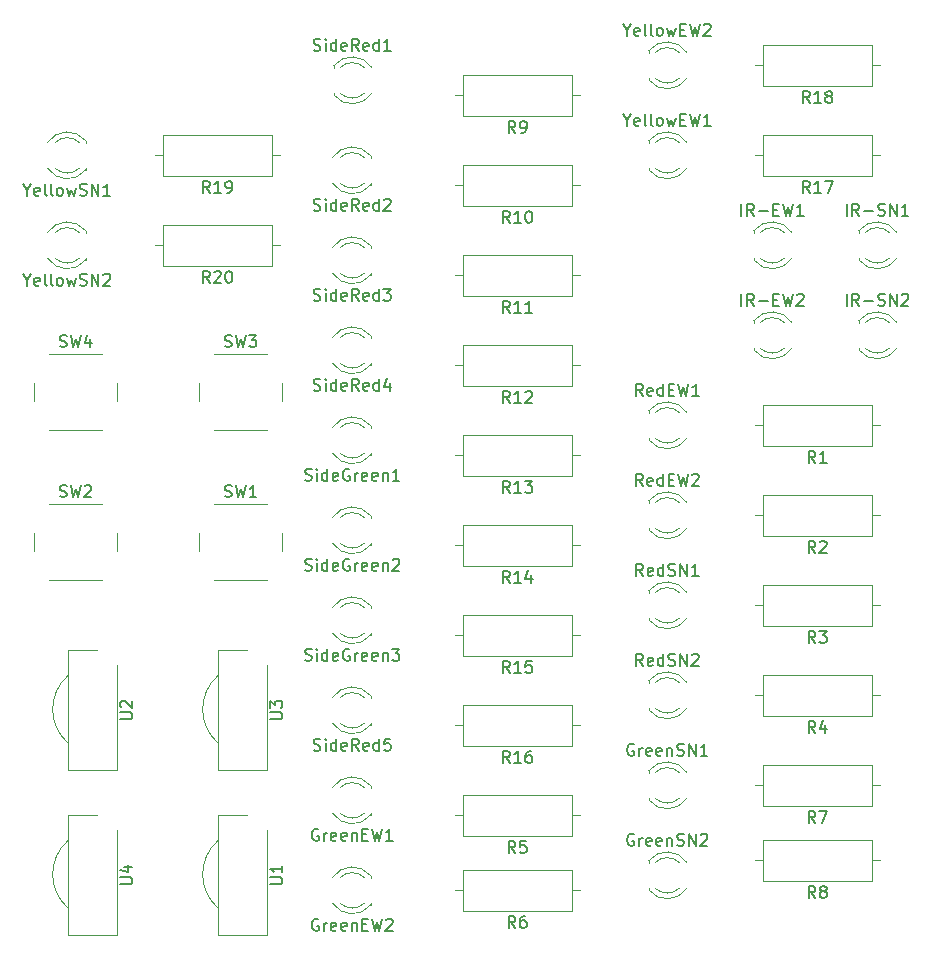
<source format=gbr>
G04 #@! TF.GenerationSoftware,KiCad,Pcbnew,(5.1.5)-3*
G04 #@! TF.CreationDate,2020-04-13T15:09:24+01:00*
G04 #@! TF.ProjectId,TL1,544c312e-6b69-4636-9164-5f7063625858,rev?*
G04 #@! TF.SameCoordinates,Original*
G04 #@! TF.FileFunction,Legend,Top*
G04 #@! TF.FilePolarity,Positive*
%FSLAX46Y46*%
G04 Gerber Fmt 4.6, Leading zero omitted, Abs format (unit mm)*
G04 Created by KiCad (PCBNEW (5.1.5)-3) date 2020-04-13 15:09:24*
%MOMM*%
%LPD*%
G04 APERTURE LIST*
%ADD10C,0.120000*%
%ADD11C,0.150000*%
G04 APERTURE END LIST*
D10*
X101828870Y-63690163D02*
G75*
G02X103910961Y-63690000I1041130J-1079837D01*
G01*
X101828870Y-65849837D02*
G75*
G03X103910961Y-65850000I1041130J1079837D01*
G01*
X101197665Y-63691392D02*
G75*
G02X104430000Y-63534484I1672335J-1078608D01*
G01*
X101197665Y-65848608D02*
G75*
G03X104430000Y-66005516I1672335J1078608D01*
G01*
X104430000Y-63690000D02*
X104430000Y-63534000D01*
X104430000Y-66006000D02*
X104430000Y-65850000D01*
X101828870Y-56070163D02*
G75*
G02X103910961Y-56070000I1041130J-1079837D01*
G01*
X101828870Y-58229837D02*
G75*
G03X103910961Y-58230000I1041130J1079837D01*
G01*
X101197665Y-56071392D02*
G75*
G02X104430000Y-55914484I1672335J-1078608D01*
G01*
X101197665Y-58228608D02*
G75*
G03X104430000Y-58385516I1672335J1078608D01*
G01*
X104430000Y-56070000D02*
X104430000Y-55914000D01*
X104430000Y-58386000D02*
X104430000Y-58230000D01*
X154711130Y-50609837D02*
G75*
G02X152629039Y-50610000I-1041130J1079837D01*
G01*
X154711130Y-48450163D02*
G75*
G03X152629039Y-48450000I-1041130J-1079837D01*
G01*
X155342335Y-50608608D02*
G75*
G02X152110000Y-50765516I-1672335J1078608D01*
G01*
X155342335Y-48451392D02*
G75*
G03X152110000Y-48294484I-1672335J-1078608D01*
G01*
X152110000Y-50610000D02*
X152110000Y-50766000D01*
X152110000Y-48294000D02*
X152110000Y-48450000D01*
X154711130Y-58229837D02*
G75*
G02X152629039Y-58230000I-1041130J1079837D01*
G01*
X154711130Y-56070163D02*
G75*
G03X152629039Y-56070000I-1041130J-1079837D01*
G01*
X155342335Y-58228608D02*
G75*
G02X152110000Y-58385516I-1672335J1078608D01*
G01*
X155342335Y-56071392D02*
G75*
G03X152110000Y-55914484I-1672335J-1078608D01*
G01*
X152110000Y-58230000D02*
X152110000Y-58386000D01*
X152110000Y-55914000D02*
X152110000Y-56070000D01*
X102905768Y-115193744D02*
G75*
G03X102910000Y-120850000I2504232J-2826256D01*
G01*
X102910000Y-113000000D02*
X102910000Y-115200000D01*
X105410000Y-113000000D02*
X102910000Y-113000000D01*
X107110000Y-123200000D02*
X107110000Y-114300000D01*
X102910000Y-123200000D02*
X107110000Y-123200000D01*
X102910000Y-120800000D02*
X102910000Y-123200000D01*
X102910000Y-115200000D02*
X102910000Y-120900000D01*
X115605768Y-101223744D02*
G75*
G03X115610000Y-106880000I2504232J-2826256D01*
G01*
X115610000Y-99030000D02*
X115610000Y-101230000D01*
X118110000Y-99030000D02*
X115610000Y-99030000D01*
X119810000Y-109230000D02*
X119810000Y-100330000D01*
X115610000Y-109230000D02*
X119810000Y-109230000D01*
X115610000Y-106830000D02*
X115610000Y-109230000D01*
X115610000Y-101230000D02*
X115610000Y-106930000D01*
X102905768Y-101223744D02*
G75*
G03X102910000Y-106880000I2504232J-2826256D01*
G01*
X102910000Y-99030000D02*
X102910000Y-101230000D01*
X105410000Y-99030000D02*
X102910000Y-99030000D01*
X107110000Y-109230000D02*
X107110000Y-100330000D01*
X102910000Y-109230000D02*
X107110000Y-109230000D01*
X102910000Y-106830000D02*
X102910000Y-109230000D01*
X102910000Y-101230000D02*
X102910000Y-106930000D01*
X115605768Y-115193744D02*
G75*
G03X115610000Y-120850000I2504232J-2826256D01*
G01*
X115610000Y-113000000D02*
X115610000Y-115200000D01*
X118110000Y-113000000D02*
X115610000Y-113000000D01*
X119810000Y-123200000D02*
X119810000Y-114300000D01*
X115610000Y-123200000D02*
X119810000Y-123200000D01*
X115610000Y-120800000D02*
X115610000Y-123200000D01*
X115610000Y-115200000D02*
X115610000Y-120900000D01*
X107080000Y-77930000D02*
X107080000Y-76430000D01*
X105830000Y-73930000D02*
X101330000Y-73930000D01*
X100080000Y-76430000D02*
X100080000Y-77930000D01*
X101330000Y-80430000D02*
X105830000Y-80430000D01*
X121050000Y-77930000D02*
X121050000Y-76430000D01*
X119800000Y-73930000D02*
X115300000Y-73930000D01*
X114050000Y-76430000D02*
X114050000Y-77930000D01*
X115300000Y-80430000D02*
X119800000Y-80430000D01*
X107080000Y-90630000D02*
X107080000Y-89130000D01*
X105830000Y-86630000D02*
X101330000Y-86630000D01*
X100080000Y-89130000D02*
X100080000Y-90630000D01*
X101330000Y-93130000D02*
X105830000Y-93130000D01*
X121050000Y-90630000D02*
X121050000Y-89130000D01*
X119800000Y-86630000D02*
X115300000Y-86630000D01*
X114050000Y-89130000D02*
X114050000Y-90630000D01*
X115300000Y-93130000D02*
X119800000Y-93130000D01*
X125958870Y-103060163D02*
G75*
G02X128040961Y-103060000I1041130J-1079837D01*
G01*
X125958870Y-105219837D02*
G75*
G03X128040961Y-105220000I1041130J1079837D01*
G01*
X125327665Y-103061392D02*
G75*
G02X128560000Y-102904484I1672335J-1078608D01*
G01*
X125327665Y-105218608D02*
G75*
G03X128560000Y-105375516I1672335J1078608D01*
G01*
X128560000Y-103060000D02*
X128560000Y-102904000D01*
X128560000Y-105376000D02*
X128560000Y-105220000D01*
X125958870Y-72580163D02*
G75*
G02X128040961Y-72580000I1041130J-1079837D01*
G01*
X125958870Y-74739837D02*
G75*
G03X128040961Y-74740000I1041130J1079837D01*
G01*
X125327665Y-72581392D02*
G75*
G02X128560000Y-72424484I1672335J-1078608D01*
G01*
X125327665Y-74738608D02*
G75*
G03X128560000Y-74895516I1672335J1078608D01*
G01*
X128560000Y-72580000D02*
X128560000Y-72424000D01*
X128560000Y-74896000D02*
X128560000Y-74740000D01*
X125958870Y-64960163D02*
G75*
G02X128040961Y-64960000I1041130J-1079837D01*
G01*
X125958870Y-67119837D02*
G75*
G03X128040961Y-67120000I1041130J1079837D01*
G01*
X125327665Y-64961392D02*
G75*
G02X128560000Y-64804484I1672335J-1078608D01*
G01*
X125327665Y-67118608D02*
G75*
G03X128560000Y-67275516I1672335J1078608D01*
G01*
X128560000Y-64960000D02*
X128560000Y-64804000D01*
X128560000Y-67276000D02*
X128560000Y-67120000D01*
X125958870Y-57340163D02*
G75*
G02X128040961Y-57340000I1041130J-1079837D01*
G01*
X125958870Y-59499837D02*
G75*
G03X128040961Y-59500000I1041130J1079837D01*
G01*
X125327665Y-57341392D02*
G75*
G02X128560000Y-57184484I1672335J-1078608D01*
G01*
X125327665Y-59498608D02*
G75*
G03X128560000Y-59655516I1672335J1078608D01*
G01*
X128560000Y-57340000D02*
X128560000Y-57184000D01*
X128560000Y-59656000D02*
X128560000Y-59500000D01*
X128041130Y-51879837D02*
G75*
G02X125959039Y-51880000I-1041130J1079837D01*
G01*
X128041130Y-49720163D02*
G75*
G03X125959039Y-49720000I-1041130J-1079837D01*
G01*
X128672335Y-51878608D02*
G75*
G02X125440000Y-52035516I-1672335J1078608D01*
G01*
X128672335Y-49721392D02*
G75*
G03X125440000Y-49564484I-1672335J-1078608D01*
G01*
X125440000Y-51880000D02*
X125440000Y-52036000D01*
X125440000Y-49564000D02*
X125440000Y-49720000D01*
X125958870Y-95440163D02*
G75*
G02X128040961Y-95440000I1041130J-1079837D01*
G01*
X125958870Y-97599837D02*
G75*
G03X128040961Y-97600000I1041130J1079837D01*
G01*
X125327665Y-95441392D02*
G75*
G02X128560000Y-95284484I1672335J-1078608D01*
G01*
X125327665Y-97598608D02*
G75*
G03X128560000Y-97755516I1672335J1078608D01*
G01*
X128560000Y-95440000D02*
X128560000Y-95284000D01*
X128560000Y-97756000D02*
X128560000Y-97600000D01*
X125958870Y-87820163D02*
G75*
G02X128040961Y-87820000I1041130J-1079837D01*
G01*
X125958870Y-89979837D02*
G75*
G03X128040961Y-89980000I1041130J1079837D01*
G01*
X125327665Y-87821392D02*
G75*
G02X128560000Y-87664484I1672335J-1078608D01*
G01*
X125327665Y-89978608D02*
G75*
G03X128560000Y-90135516I1672335J1078608D01*
G01*
X128560000Y-87820000D02*
X128560000Y-87664000D01*
X128560000Y-90136000D02*
X128560000Y-89980000D01*
X125958870Y-80200163D02*
G75*
G02X128040961Y-80200000I1041130J-1079837D01*
G01*
X125958870Y-82359837D02*
G75*
G03X128040961Y-82360000I1041130J1079837D01*
G01*
X125327665Y-80201392D02*
G75*
G02X128560000Y-80044484I1672335J-1078608D01*
G01*
X125327665Y-82358608D02*
G75*
G03X128560000Y-82515516I1672335J1078608D01*
G01*
X128560000Y-80200000D02*
X128560000Y-80044000D01*
X128560000Y-82516000D02*
X128560000Y-82360000D01*
X154711130Y-103949837D02*
G75*
G02X152629039Y-103950000I-1041130J1079837D01*
G01*
X154711130Y-101790163D02*
G75*
G03X152629039Y-101790000I-1041130J-1079837D01*
G01*
X155342335Y-103948608D02*
G75*
G02X152110000Y-104105516I-1672335J1078608D01*
G01*
X155342335Y-101791392D02*
G75*
G03X152110000Y-101634484I-1672335J-1078608D01*
G01*
X152110000Y-103950000D02*
X152110000Y-104106000D01*
X152110000Y-101634000D02*
X152110000Y-101790000D01*
X154711130Y-96329837D02*
G75*
G02X152629039Y-96330000I-1041130J1079837D01*
G01*
X154711130Y-94170163D02*
G75*
G03X152629039Y-94170000I-1041130J-1079837D01*
G01*
X155342335Y-96328608D02*
G75*
G02X152110000Y-96485516I-1672335J1078608D01*
G01*
X155342335Y-94171392D02*
G75*
G03X152110000Y-94014484I-1672335J-1078608D01*
G01*
X152110000Y-96330000D02*
X152110000Y-96486000D01*
X152110000Y-94014000D02*
X152110000Y-94170000D01*
X154711130Y-88709837D02*
G75*
G02X152629039Y-88710000I-1041130J1079837D01*
G01*
X154711130Y-86550163D02*
G75*
G03X152629039Y-86550000I-1041130J-1079837D01*
G01*
X155342335Y-88708608D02*
G75*
G02X152110000Y-88865516I-1672335J1078608D01*
G01*
X155342335Y-86551392D02*
G75*
G03X152110000Y-86394484I-1672335J-1078608D01*
G01*
X152110000Y-88710000D02*
X152110000Y-88866000D01*
X152110000Y-86394000D02*
X152110000Y-86550000D01*
X154711130Y-81089837D02*
G75*
G02X152629039Y-81090000I-1041130J1079837D01*
G01*
X154711130Y-78930163D02*
G75*
G03X152629039Y-78930000I-1041130J-1079837D01*
G01*
X155342335Y-81088608D02*
G75*
G02X152110000Y-81245516I-1672335J1078608D01*
G01*
X155342335Y-78931392D02*
G75*
G03X152110000Y-78774484I-1672335J-1078608D01*
G01*
X152110000Y-81090000D02*
X152110000Y-81246000D01*
X152110000Y-78774000D02*
X152110000Y-78930000D01*
X110260000Y-64770000D02*
X110950000Y-64770000D01*
X120880000Y-64770000D02*
X120190000Y-64770000D01*
X110950000Y-66490000D02*
X120190000Y-66490000D01*
X110950000Y-63050000D02*
X110950000Y-66490000D01*
X120190000Y-63050000D02*
X110950000Y-63050000D01*
X120190000Y-66490000D02*
X120190000Y-63050000D01*
X110260000Y-57150000D02*
X110950000Y-57150000D01*
X120880000Y-57150000D02*
X120190000Y-57150000D01*
X110950000Y-58870000D02*
X120190000Y-58870000D01*
X110950000Y-55430000D02*
X110950000Y-58870000D01*
X120190000Y-55430000D02*
X110950000Y-55430000D01*
X120190000Y-58870000D02*
X120190000Y-55430000D01*
X161060000Y-49530000D02*
X161750000Y-49530000D01*
X171680000Y-49530000D02*
X170990000Y-49530000D01*
X161750000Y-51250000D02*
X170990000Y-51250000D01*
X161750000Y-47810000D02*
X161750000Y-51250000D01*
X170990000Y-47810000D02*
X161750000Y-47810000D01*
X170990000Y-51250000D02*
X170990000Y-47810000D01*
X161060000Y-57150000D02*
X161750000Y-57150000D01*
X171680000Y-57150000D02*
X170990000Y-57150000D01*
X161750000Y-58870000D02*
X170990000Y-58870000D01*
X161750000Y-55430000D02*
X161750000Y-58870000D01*
X170990000Y-55430000D02*
X161750000Y-55430000D01*
X170990000Y-58870000D02*
X170990000Y-55430000D01*
X135660000Y-105410000D02*
X136350000Y-105410000D01*
X146280000Y-105410000D02*
X145590000Y-105410000D01*
X136350000Y-107130000D02*
X145590000Y-107130000D01*
X136350000Y-103690000D02*
X136350000Y-107130000D01*
X145590000Y-103690000D02*
X136350000Y-103690000D01*
X145590000Y-107130000D02*
X145590000Y-103690000D01*
X135660000Y-97790000D02*
X136350000Y-97790000D01*
X146280000Y-97790000D02*
X145590000Y-97790000D01*
X136350000Y-99510000D02*
X145590000Y-99510000D01*
X136350000Y-96070000D02*
X136350000Y-99510000D01*
X145590000Y-96070000D02*
X136350000Y-96070000D01*
X145590000Y-99510000D02*
X145590000Y-96070000D01*
X135660000Y-90170000D02*
X136350000Y-90170000D01*
X146280000Y-90170000D02*
X145590000Y-90170000D01*
X136350000Y-91890000D02*
X145590000Y-91890000D01*
X136350000Y-88450000D02*
X136350000Y-91890000D01*
X145590000Y-88450000D02*
X136350000Y-88450000D01*
X145590000Y-91890000D02*
X145590000Y-88450000D01*
X135660000Y-82550000D02*
X136350000Y-82550000D01*
X146280000Y-82550000D02*
X145590000Y-82550000D01*
X136350000Y-84270000D02*
X145590000Y-84270000D01*
X136350000Y-80830000D02*
X136350000Y-84270000D01*
X145590000Y-80830000D02*
X136350000Y-80830000D01*
X145590000Y-84270000D02*
X145590000Y-80830000D01*
X135660000Y-74930000D02*
X136350000Y-74930000D01*
X146280000Y-74930000D02*
X145590000Y-74930000D01*
X136350000Y-76650000D02*
X145590000Y-76650000D01*
X136350000Y-73210000D02*
X136350000Y-76650000D01*
X145590000Y-73210000D02*
X136350000Y-73210000D01*
X145590000Y-76650000D02*
X145590000Y-73210000D01*
X135660000Y-67310000D02*
X136350000Y-67310000D01*
X146280000Y-67310000D02*
X145590000Y-67310000D01*
X136350000Y-69030000D02*
X145590000Y-69030000D01*
X136350000Y-65590000D02*
X136350000Y-69030000D01*
X145590000Y-65590000D02*
X136350000Y-65590000D01*
X145590000Y-69030000D02*
X145590000Y-65590000D01*
X135660000Y-59690000D02*
X136350000Y-59690000D01*
X146280000Y-59690000D02*
X145590000Y-59690000D01*
X136350000Y-61410000D02*
X145590000Y-61410000D01*
X136350000Y-57970000D02*
X136350000Y-61410000D01*
X145590000Y-57970000D02*
X136350000Y-57970000D01*
X145590000Y-61410000D02*
X145590000Y-57970000D01*
X135660000Y-52070000D02*
X136350000Y-52070000D01*
X146280000Y-52070000D02*
X145590000Y-52070000D01*
X136350000Y-53790000D02*
X145590000Y-53790000D01*
X136350000Y-50350000D02*
X136350000Y-53790000D01*
X145590000Y-50350000D02*
X136350000Y-50350000D01*
X145590000Y-53790000D02*
X145590000Y-50350000D01*
X161060000Y-116840000D02*
X161750000Y-116840000D01*
X171680000Y-116840000D02*
X170990000Y-116840000D01*
X161750000Y-118560000D02*
X170990000Y-118560000D01*
X161750000Y-115120000D02*
X161750000Y-118560000D01*
X170990000Y-115120000D02*
X161750000Y-115120000D01*
X170990000Y-118560000D02*
X170990000Y-115120000D01*
X161060000Y-110490000D02*
X161750000Y-110490000D01*
X171680000Y-110490000D02*
X170990000Y-110490000D01*
X161750000Y-112210000D02*
X170990000Y-112210000D01*
X161750000Y-108770000D02*
X161750000Y-112210000D01*
X170990000Y-108770000D02*
X161750000Y-108770000D01*
X170990000Y-112210000D02*
X170990000Y-108770000D01*
X135660000Y-119380000D02*
X136350000Y-119380000D01*
X146280000Y-119380000D02*
X145590000Y-119380000D01*
X136350000Y-121100000D02*
X145590000Y-121100000D01*
X136350000Y-117660000D02*
X136350000Y-121100000D01*
X145590000Y-117660000D02*
X136350000Y-117660000D01*
X145590000Y-121100000D02*
X145590000Y-117660000D01*
X135660000Y-113030000D02*
X136350000Y-113030000D01*
X146280000Y-113030000D02*
X145590000Y-113030000D01*
X136350000Y-114750000D02*
X145590000Y-114750000D01*
X136350000Y-111310000D02*
X136350000Y-114750000D01*
X145590000Y-111310000D02*
X136350000Y-111310000D01*
X145590000Y-114750000D02*
X145590000Y-111310000D01*
X161060000Y-102870000D02*
X161750000Y-102870000D01*
X171680000Y-102870000D02*
X170990000Y-102870000D01*
X161750000Y-104590000D02*
X170990000Y-104590000D01*
X161750000Y-101150000D02*
X161750000Y-104590000D01*
X170990000Y-101150000D02*
X161750000Y-101150000D01*
X170990000Y-104590000D02*
X170990000Y-101150000D01*
X161060000Y-95250000D02*
X161750000Y-95250000D01*
X171680000Y-95250000D02*
X170990000Y-95250000D01*
X161750000Y-96970000D02*
X170990000Y-96970000D01*
X161750000Y-93530000D02*
X161750000Y-96970000D01*
X170990000Y-93530000D02*
X161750000Y-93530000D01*
X170990000Y-96970000D02*
X170990000Y-93530000D01*
X161060000Y-87630000D02*
X161750000Y-87630000D01*
X171680000Y-87630000D02*
X170990000Y-87630000D01*
X161750000Y-89350000D02*
X170990000Y-89350000D01*
X161750000Y-85910000D02*
X161750000Y-89350000D01*
X170990000Y-85910000D02*
X161750000Y-85910000D01*
X170990000Y-89350000D02*
X170990000Y-85910000D01*
X161060000Y-80010000D02*
X161750000Y-80010000D01*
X171680000Y-80010000D02*
X170990000Y-80010000D01*
X161750000Y-81730000D02*
X170990000Y-81730000D01*
X161750000Y-78290000D02*
X161750000Y-81730000D01*
X170990000Y-78290000D02*
X161750000Y-78290000D01*
X170990000Y-81730000D02*
X170990000Y-78290000D01*
X172491130Y-73469837D02*
G75*
G02X170409039Y-73470000I-1041130J1079837D01*
G01*
X172491130Y-71310163D02*
G75*
G03X170409039Y-71310000I-1041130J-1079837D01*
G01*
X173122335Y-73468608D02*
G75*
G02X169890000Y-73625516I-1672335J1078608D01*
G01*
X173122335Y-71311392D02*
G75*
G03X169890000Y-71154484I-1672335J-1078608D01*
G01*
X169890000Y-73470000D02*
X169890000Y-73626000D01*
X169890000Y-71154000D02*
X169890000Y-71310000D01*
X172491130Y-65849837D02*
G75*
G02X170409039Y-65850000I-1041130J1079837D01*
G01*
X172491130Y-63690163D02*
G75*
G03X170409039Y-63690000I-1041130J-1079837D01*
G01*
X173122335Y-65848608D02*
G75*
G02X169890000Y-66005516I-1672335J1078608D01*
G01*
X173122335Y-63691392D02*
G75*
G03X169890000Y-63534484I-1672335J-1078608D01*
G01*
X169890000Y-65850000D02*
X169890000Y-66006000D01*
X169890000Y-63534000D02*
X169890000Y-63690000D01*
X163601130Y-73469837D02*
G75*
G02X161519039Y-73470000I-1041130J1079837D01*
G01*
X163601130Y-71310163D02*
G75*
G03X161519039Y-71310000I-1041130J-1079837D01*
G01*
X164232335Y-73468608D02*
G75*
G02X161000000Y-73625516I-1672335J1078608D01*
G01*
X164232335Y-71311392D02*
G75*
G03X161000000Y-71154484I-1672335J-1078608D01*
G01*
X161000000Y-73470000D02*
X161000000Y-73626000D01*
X161000000Y-71154000D02*
X161000000Y-71310000D01*
X163601130Y-65849837D02*
G75*
G02X161519039Y-65850000I-1041130J1079837D01*
G01*
X163601130Y-63690163D02*
G75*
G03X161519039Y-63690000I-1041130J-1079837D01*
G01*
X164232335Y-65848608D02*
G75*
G02X161000000Y-66005516I-1672335J1078608D01*
G01*
X164232335Y-63691392D02*
G75*
G03X161000000Y-63534484I-1672335J-1078608D01*
G01*
X161000000Y-65850000D02*
X161000000Y-66006000D01*
X161000000Y-63534000D02*
X161000000Y-63690000D01*
X154711130Y-119189837D02*
G75*
G02X152629039Y-119190000I-1041130J1079837D01*
G01*
X154711130Y-117030163D02*
G75*
G03X152629039Y-117030000I-1041130J-1079837D01*
G01*
X155342335Y-119188608D02*
G75*
G02X152110000Y-119345516I-1672335J1078608D01*
G01*
X155342335Y-117031392D02*
G75*
G03X152110000Y-116874484I-1672335J-1078608D01*
G01*
X152110000Y-119190000D02*
X152110000Y-119346000D01*
X152110000Y-116874000D02*
X152110000Y-117030000D01*
X154711130Y-111569837D02*
G75*
G02X152629039Y-111570000I-1041130J1079837D01*
G01*
X154711130Y-109410163D02*
G75*
G03X152629039Y-109410000I-1041130J-1079837D01*
G01*
X155342335Y-111568608D02*
G75*
G02X152110000Y-111725516I-1672335J1078608D01*
G01*
X155342335Y-109411392D02*
G75*
G03X152110000Y-109254484I-1672335J-1078608D01*
G01*
X152110000Y-111570000D02*
X152110000Y-111726000D01*
X152110000Y-109254000D02*
X152110000Y-109410000D01*
X125958870Y-118300163D02*
G75*
G02X128040961Y-118300000I1041130J-1079837D01*
G01*
X125958870Y-120459837D02*
G75*
G03X128040961Y-120460000I1041130J1079837D01*
G01*
X125327665Y-118301392D02*
G75*
G02X128560000Y-118144484I1672335J-1078608D01*
G01*
X125327665Y-120458608D02*
G75*
G03X128560000Y-120615516I1672335J1078608D01*
G01*
X128560000Y-118300000D02*
X128560000Y-118144000D01*
X128560000Y-120616000D02*
X128560000Y-120460000D01*
X125958870Y-110680163D02*
G75*
G02X128040961Y-110680000I1041130J-1079837D01*
G01*
X125958870Y-112839837D02*
G75*
G03X128040961Y-112840000I1041130J1079837D01*
G01*
X125327665Y-110681392D02*
G75*
G02X128560000Y-110524484I1672335J-1078608D01*
G01*
X125327665Y-112838608D02*
G75*
G03X128560000Y-112995516I1672335J1078608D01*
G01*
X128560000Y-110680000D02*
X128560000Y-110524000D01*
X128560000Y-112996000D02*
X128560000Y-112840000D01*
D11*
X99465238Y-67706190D02*
X99465238Y-68182380D01*
X99131904Y-67182380D02*
X99465238Y-67706190D01*
X99798571Y-67182380D01*
X100512857Y-68134761D02*
X100417619Y-68182380D01*
X100227142Y-68182380D01*
X100131904Y-68134761D01*
X100084285Y-68039523D01*
X100084285Y-67658571D01*
X100131904Y-67563333D01*
X100227142Y-67515714D01*
X100417619Y-67515714D01*
X100512857Y-67563333D01*
X100560476Y-67658571D01*
X100560476Y-67753809D01*
X100084285Y-67849047D01*
X101131904Y-68182380D02*
X101036666Y-68134761D01*
X100989047Y-68039523D01*
X100989047Y-67182380D01*
X101655714Y-68182380D02*
X101560476Y-68134761D01*
X101512857Y-68039523D01*
X101512857Y-67182380D01*
X102179523Y-68182380D02*
X102084285Y-68134761D01*
X102036666Y-68087142D01*
X101989047Y-67991904D01*
X101989047Y-67706190D01*
X102036666Y-67610952D01*
X102084285Y-67563333D01*
X102179523Y-67515714D01*
X102322380Y-67515714D01*
X102417619Y-67563333D01*
X102465238Y-67610952D01*
X102512857Y-67706190D01*
X102512857Y-67991904D01*
X102465238Y-68087142D01*
X102417619Y-68134761D01*
X102322380Y-68182380D01*
X102179523Y-68182380D01*
X102846190Y-67515714D02*
X103036666Y-68182380D01*
X103227142Y-67706190D01*
X103417619Y-68182380D01*
X103608095Y-67515714D01*
X103941428Y-68134761D02*
X104084285Y-68182380D01*
X104322380Y-68182380D01*
X104417619Y-68134761D01*
X104465238Y-68087142D01*
X104512857Y-67991904D01*
X104512857Y-67896666D01*
X104465238Y-67801428D01*
X104417619Y-67753809D01*
X104322380Y-67706190D01*
X104131904Y-67658571D01*
X104036666Y-67610952D01*
X103989047Y-67563333D01*
X103941428Y-67468095D01*
X103941428Y-67372857D01*
X103989047Y-67277619D01*
X104036666Y-67230000D01*
X104131904Y-67182380D01*
X104370000Y-67182380D01*
X104512857Y-67230000D01*
X104941428Y-68182380D02*
X104941428Y-67182380D01*
X105512857Y-68182380D01*
X105512857Y-67182380D01*
X105941428Y-67277619D02*
X105989047Y-67230000D01*
X106084285Y-67182380D01*
X106322380Y-67182380D01*
X106417619Y-67230000D01*
X106465238Y-67277619D01*
X106512857Y-67372857D01*
X106512857Y-67468095D01*
X106465238Y-67610952D01*
X105893809Y-68182380D01*
X106512857Y-68182380D01*
X99465238Y-60086190D02*
X99465238Y-60562380D01*
X99131904Y-59562380D02*
X99465238Y-60086190D01*
X99798571Y-59562380D01*
X100512857Y-60514761D02*
X100417619Y-60562380D01*
X100227142Y-60562380D01*
X100131904Y-60514761D01*
X100084285Y-60419523D01*
X100084285Y-60038571D01*
X100131904Y-59943333D01*
X100227142Y-59895714D01*
X100417619Y-59895714D01*
X100512857Y-59943333D01*
X100560476Y-60038571D01*
X100560476Y-60133809D01*
X100084285Y-60229047D01*
X101131904Y-60562380D02*
X101036666Y-60514761D01*
X100989047Y-60419523D01*
X100989047Y-59562380D01*
X101655714Y-60562380D02*
X101560476Y-60514761D01*
X101512857Y-60419523D01*
X101512857Y-59562380D01*
X102179523Y-60562380D02*
X102084285Y-60514761D01*
X102036666Y-60467142D01*
X101989047Y-60371904D01*
X101989047Y-60086190D01*
X102036666Y-59990952D01*
X102084285Y-59943333D01*
X102179523Y-59895714D01*
X102322380Y-59895714D01*
X102417619Y-59943333D01*
X102465238Y-59990952D01*
X102512857Y-60086190D01*
X102512857Y-60371904D01*
X102465238Y-60467142D01*
X102417619Y-60514761D01*
X102322380Y-60562380D01*
X102179523Y-60562380D01*
X102846190Y-59895714D02*
X103036666Y-60562380D01*
X103227142Y-60086190D01*
X103417619Y-60562380D01*
X103608095Y-59895714D01*
X103941428Y-60514761D02*
X104084285Y-60562380D01*
X104322380Y-60562380D01*
X104417619Y-60514761D01*
X104465238Y-60467142D01*
X104512857Y-60371904D01*
X104512857Y-60276666D01*
X104465238Y-60181428D01*
X104417619Y-60133809D01*
X104322380Y-60086190D01*
X104131904Y-60038571D01*
X104036666Y-59990952D01*
X103989047Y-59943333D01*
X103941428Y-59848095D01*
X103941428Y-59752857D01*
X103989047Y-59657619D01*
X104036666Y-59610000D01*
X104131904Y-59562380D01*
X104370000Y-59562380D01*
X104512857Y-59610000D01*
X104941428Y-60562380D02*
X104941428Y-59562380D01*
X105512857Y-60562380D01*
X105512857Y-59562380D01*
X106512857Y-60562380D02*
X105941428Y-60562380D01*
X106227142Y-60562380D02*
X106227142Y-59562380D01*
X106131904Y-59705238D01*
X106036666Y-59800476D01*
X105941428Y-59848095D01*
X150241428Y-46546190D02*
X150241428Y-47022380D01*
X149908095Y-46022380D02*
X150241428Y-46546190D01*
X150574761Y-46022380D01*
X151289047Y-46974761D02*
X151193809Y-47022380D01*
X151003333Y-47022380D01*
X150908095Y-46974761D01*
X150860476Y-46879523D01*
X150860476Y-46498571D01*
X150908095Y-46403333D01*
X151003333Y-46355714D01*
X151193809Y-46355714D01*
X151289047Y-46403333D01*
X151336666Y-46498571D01*
X151336666Y-46593809D01*
X150860476Y-46689047D01*
X151908095Y-47022380D02*
X151812857Y-46974761D01*
X151765238Y-46879523D01*
X151765238Y-46022380D01*
X152431904Y-47022380D02*
X152336666Y-46974761D01*
X152289047Y-46879523D01*
X152289047Y-46022380D01*
X152955714Y-47022380D02*
X152860476Y-46974761D01*
X152812857Y-46927142D01*
X152765238Y-46831904D01*
X152765238Y-46546190D01*
X152812857Y-46450952D01*
X152860476Y-46403333D01*
X152955714Y-46355714D01*
X153098571Y-46355714D01*
X153193809Y-46403333D01*
X153241428Y-46450952D01*
X153289047Y-46546190D01*
X153289047Y-46831904D01*
X153241428Y-46927142D01*
X153193809Y-46974761D01*
X153098571Y-47022380D01*
X152955714Y-47022380D01*
X153622380Y-46355714D02*
X153812857Y-47022380D01*
X154003333Y-46546190D01*
X154193809Y-47022380D01*
X154384285Y-46355714D01*
X154765238Y-46498571D02*
X155098571Y-46498571D01*
X155241428Y-47022380D02*
X154765238Y-47022380D01*
X154765238Y-46022380D01*
X155241428Y-46022380D01*
X155574761Y-46022380D02*
X155812857Y-47022380D01*
X156003333Y-46308095D01*
X156193809Y-47022380D01*
X156431904Y-46022380D01*
X156765238Y-46117619D02*
X156812857Y-46070000D01*
X156908095Y-46022380D01*
X157146190Y-46022380D01*
X157241428Y-46070000D01*
X157289047Y-46117619D01*
X157336666Y-46212857D01*
X157336666Y-46308095D01*
X157289047Y-46450952D01*
X156717619Y-47022380D01*
X157336666Y-47022380D01*
X150241428Y-54166190D02*
X150241428Y-54642380D01*
X149908095Y-53642380D02*
X150241428Y-54166190D01*
X150574761Y-53642380D01*
X151289047Y-54594761D02*
X151193809Y-54642380D01*
X151003333Y-54642380D01*
X150908095Y-54594761D01*
X150860476Y-54499523D01*
X150860476Y-54118571D01*
X150908095Y-54023333D01*
X151003333Y-53975714D01*
X151193809Y-53975714D01*
X151289047Y-54023333D01*
X151336666Y-54118571D01*
X151336666Y-54213809D01*
X150860476Y-54309047D01*
X151908095Y-54642380D02*
X151812857Y-54594761D01*
X151765238Y-54499523D01*
X151765238Y-53642380D01*
X152431904Y-54642380D02*
X152336666Y-54594761D01*
X152289047Y-54499523D01*
X152289047Y-53642380D01*
X152955714Y-54642380D02*
X152860476Y-54594761D01*
X152812857Y-54547142D01*
X152765238Y-54451904D01*
X152765238Y-54166190D01*
X152812857Y-54070952D01*
X152860476Y-54023333D01*
X152955714Y-53975714D01*
X153098571Y-53975714D01*
X153193809Y-54023333D01*
X153241428Y-54070952D01*
X153289047Y-54166190D01*
X153289047Y-54451904D01*
X153241428Y-54547142D01*
X153193809Y-54594761D01*
X153098571Y-54642380D01*
X152955714Y-54642380D01*
X153622380Y-53975714D02*
X153812857Y-54642380D01*
X154003333Y-54166190D01*
X154193809Y-54642380D01*
X154384285Y-53975714D01*
X154765238Y-54118571D02*
X155098571Y-54118571D01*
X155241428Y-54642380D02*
X154765238Y-54642380D01*
X154765238Y-53642380D01*
X155241428Y-53642380D01*
X155574761Y-53642380D02*
X155812857Y-54642380D01*
X156003333Y-53928095D01*
X156193809Y-54642380D01*
X156431904Y-53642380D01*
X157336666Y-54642380D02*
X156765238Y-54642380D01*
X157050952Y-54642380D02*
X157050952Y-53642380D01*
X156955714Y-53785238D01*
X156860476Y-53880476D01*
X156765238Y-53928095D01*
X107362380Y-118861904D02*
X108171904Y-118861904D01*
X108267142Y-118814285D01*
X108314761Y-118766666D01*
X108362380Y-118671428D01*
X108362380Y-118480952D01*
X108314761Y-118385714D01*
X108267142Y-118338095D01*
X108171904Y-118290476D01*
X107362380Y-118290476D01*
X107695714Y-117385714D02*
X108362380Y-117385714D01*
X107314761Y-117623809D02*
X108029047Y-117861904D01*
X108029047Y-117242857D01*
X120062380Y-104891904D02*
X120871904Y-104891904D01*
X120967142Y-104844285D01*
X121014761Y-104796666D01*
X121062380Y-104701428D01*
X121062380Y-104510952D01*
X121014761Y-104415714D01*
X120967142Y-104368095D01*
X120871904Y-104320476D01*
X120062380Y-104320476D01*
X120062380Y-103939523D02*
X120062380Y-103320476D01*
X120443333Y-103653809D01*
X120443333Y-103510952D01*
X120490952Y-103415714D01*
X120538571Y-103368095D01*
X120633809Y-103320476D01*
X120871904Y-103320476D01*
X120967142Y-103368095D01*
X121014761Y-103415714D01*
X121062380Y-103510952D01*
X121062380Y-103796666D01*
X121014761Y-103891904D01*
X120967142Y-103939523D01*
X107362380Y-104891904D02*
X108171904Y-104891904D01*
X108267142Y-104844285D01*
X108314761Y-104796666D01*
X108362380Y-104701428D01*
X108362380Y-104510952D01*
X108314761Y-104415714D01*
X108267142Y-104368095D01*
X108171904Y-104320476D01*
X107362380Y-104320476D01*
X107457619Y-103891904D02*
X107410000Y-103844285D01*
X107362380Y-103749047D01*
X107362380Y-103510952D01*
X107410000Y-103415714D01*
X107457619Y-103368095D01*
X107552857Y-103320476D01*
X107648095Y-103320476D01*
X107790952Y-103368095D01*
X108362380Y-103939523D01*
X108362380Y-103320476D01*
X120062380Y-118861904D02*
X120871904Y-118861904D01*
X120967142Y-118814285D01*
X121014761Y-118766666D01*
X121062380Y-118671428D01*
X121062380Y-118480952D01*
X121014761Y-118385714D01*
X120967142Y-118338095D01*
X120871904Y-118290476D01*
X120062380Y-118290476D01*
X121062380Y-117290476D02*
X121062380Y-117861904D01*
X121062380Y-117576190D02*
X120062380Y-117576190D01*
X120205238Y-117671428D01*
X120300476Y-117766666D01*
X120348095Y-117861904D01*
X102246666Y-73334761D02*
X102389523Y-73382380D01*
X102627619Y-73382380D01*
X102722857Y-73334761D01*
X102770476Y-73287142D01*
X102818095Y-73191904D01*
X102818095Y-73096666D01*
X102770476Y-73001428D01*
X102722857Y-72953809D01*
X102627619Y-72906190D01*
X102437142Y-72858571D01*
X102341904Y-72810952D01*
X102294285Y-72763333D01*
X102246666Y-72668095D01*
X102246666Y-72572857D01*
X102294285Y-72477619D01*
X102341904Y-72430000D01*
X102437142Y-72382380D01*
X102675238Y-72382380D01*
X102818095Y-72430000D01*
X103151428Y-72382380D02*
X103389523Y-73382380D01*
X103580000Y-72668095D01*
X103770476Y-73382380D01*
X104008571Y-72382380D01*
X104818095Y-72715714D02*
X104818095Y-73382380D01*
X104580000Y-72334761D02*
X104341904Y-73049047D01*
X104960952Y-73049047D01*
X116216666Y-73334761D02*
X116359523Y-73382380D01*
X116597619Y-73382380D01*
X116692857Y-73334761D01*
X116740476Y-73287142D01*
X116788095Y-73191904D01*
X116788095Y-73096666D01*
X116740476Y-73001428D01*
X116692857Y-72953809D01*
X116597619Y-72906190D01*
X116407142Y-72858571D01*
X116311904Y-72810952D01*
X116264285Y-72763333D01*
X116216666Y-72668095D01*
X116216666Y-72572857D01*
X116264285Y-72477619D01*
X116311904Y-72430000D01*
X116407142Y-72382380D01*
X116645238Y-72382380D01*
X116788095Y-72430000D01*
X117121428Y-72382380D02*
X117359523Y-73382380D01*
X117550000Y-72668095D01*
X117740476Y-73382380D01*
X117978571Y-72382380D01*
X118264285Y-72382380D02*
X118883333Y-72382380D01*
X118550000Y-72763333D01*
X118692857Y-72763333D01*
X118788095Y-72810952D01*
X118835714Y-72858571D01*
X118883333Y-72953809D01*
X118883333Y-73191904D01*
X118835714Y-73287142D01*
X118788095Y-73334761D01*
X118692857Y-73382380D01*
X118407142Y-73382380D01*
X118311904Y-73334761D01*
X118264285Y-73287142D01*
X102246666Y-86034761D02*
X102389523Y-86082380D01*
X102627619Y-86082380D01*
X102722857Y-86034761D01*
X102770476Y-85987142D01*
X102818095Y-85891904D01*
X102818095Y-85796666D01*
X102770476Y-85701428D01*
X102722857Y-85653809D01*
X102627619Y-85606190D01*
X102437142Y-85558571D01*
X102341904Y-85510952D01*
X102294285Y-85463333D01*
X102246666Y-85368095D01*
X102246666Y-85272857D01*
X102294285Y-85177619D01*
X102341904Y-85130000D01*
X102437142Y-85082380D01*
X102675238Y-85082380D01*
X102818095Y-85130000D01*
X103151428Y-85082380D02*
X103389523Y-86082380D01*
X103580000Y-85368095D01*
X103770476Y-86082380D01*
X104008571Y-85082380D01*
X104341904Y-85177619D02*
X104389523Y-85130000D01*
X104484761Y-85082380D01*
X104722857Y-85082380D01*
X104818095Y-85130000D01*
X104865714Y-85177619D01*
X104913333Y-85272857D01*
X104913333Y-85368095D01*
X104865714Y-85510952D01*
X104294285Y-86082380D01*
X104913333Y-86082380D01*
X116216666Y-86034761D02*
X116359523Y-86082380D01*
X116597619Y-86082380D01*
X116692857Y-86034761D01*
X116740476Y-85987142D01*
X116788095Y-85891904D01*
X116788095Y-85796666D01*
X116740476Y-85701428D01*
X116692857Y-85653809D01*
X116597619Y-85606190D01*
X116407142Y-85558571D01*
X116311904Y-85510952D01*
X116264285Y-85463333D01*
X116216666Y-85368095D01*
X116216666Y-85272857D01*
X116264285Y-85177619D01*
X116311904Y-85130000D01*
X116407142Y-85082380D01*
X116645238Y-85082380D01*
X116788095Y-85130000D01*
X117121428Y-85082380D02*
X117359523Y-86082380D01*
X117550000Y-85368095D01*
X117740476Y-86082380D01*
X117978571Y-85082380D01*
X118883333Y-86082380D02*
X118311904Y-86082380D01*
X118597619Y-86082380D02*
X118597619Y-85082380D01*
X118502380Y-85225238D01*
X118407142Y-85320476D01*
X118311904Y-85368095D01*
X123738095Y-107504761D02*
X123880952Y-107552380D01*
X124119047Y-107552380D01*
X124214285Y-107504761D01*
X124261904Y-107457142D01*
X124309523Y-107361904D01*
X124309523Y-107266666D01*
X124261904Y-107171428D01*
X124214285Y-107123809D01*
X124119047Y-107076190D01*
X123928571Y-107028571D01*
X123833333Y-106980952D01*
X123785714Y-106933333D01*
X123738095Y-106838095D01*
X123738095Y-106742857D01*
X123785714Y-106647619D01*
X123833333Y-106600000D01*
X123928571Y-106552380D01*
X124166666Y-106552380D01*
X124309523Y-106600000D01*
X124738095Y-107552380D02*
X124738095Y-106885714D01*
X124738095Y-106552380D02*
X124690476Y-106600000D01*
X124738095Y-106647619D01*
X124785714Y-106600000D01*
X124738095Y-106552380D01*
X124738095Y-106647619D01*
X125642857Y-107552380D02*
X125642857Y-106552380D01*
X125642857Y-107504761D02*
X125547619Y-107552380D01*
X125357142Y-107552380D01*
X125261904Y-107504761D01*
X125214285Y-107457142D01*
X125166666Y-107361904D01*
X125166666Y-107076190D01*
X125214285Y-106980952D01*
X125261904Y-106933333D01*
X125357142Y-106885714D01*
X125547619Y-106885714D01*
X125642857Y-106933333D01*
X126500000Y-107504761D02*
X126404761Y-107552380D01*
X126214285Y-107552380D01*
X126119047Y-107504761D01*
X126071428Y-107409523D01*
X126071428Y-107028571D01*
X126119047Y-106933333D01*
X126214285Y-106885714D01*
X126404761Y-106885714D01*
X126500000Y-106933333D01*
X126547619Y-107028571D01*
X126547619Y-107123809D01*
X126071428Y-107219047D01*
X127547619Y-107552380D02*
X127214285Y-107076190D01*
X126976190Y-107552380D02*
X126976190Y-106552380D01*
X127357142Y-106552380D01*
X127452380Y-106600000D01*
X127500000Y-106647619D01*
X127547619Y-106742857D01*
X127547619Y-106885714D01*
X127500000Y-106980952D01*
X127452380Y-107028571D01*
X127357142Y-107076190D01*
X126976190Y-107076190D01*
X128357142Y-107504761D02*
X128261904Y-107552380D01*
X128071428Y-107552380D01*
X127976190Y-107504761D01*
X127928571Y-107409523D01*
X127928571Y-107028571D01*
X127976190Y-106933333D01*
X128071428Y-106885714D01*
X128261904Y-106885714D01*
X128357142Y-106933333D01*
X128404761Y-107028571D01*
X128404761Y-107123809D01*
X127928571Y-107219047D01*
X129261904Y-107552380D02*
X129261904Y-106552380D01*
X129261904Y-107504761D02*
X129166666Y-107552380D01*
X128976190Y-107552380D01*
X128880952Y-107504761D01*
X128833333Y-107457142D01*
X128785714Y-107361904D01*
X128785714Y-107076190D01*
X128833333Y-106980952D01*
X128880952Y-106933333D01*
X128976190Y-106885714D01*
X129166666Y-106885714D01*
X129261904Y-106933333D01*
X130214285Y-106552380D02*
X129738095Y-106552380D01*
X129690476Y-107028571D01*
X129738095Y-106980952D01*
X129833333Y-106933333D01*
X130071428Y-106933333D01*
X130166666Y-106980952D01*
X130214285Y-107028571D01*
X130261904Y-107123809D01*
X130261904Y-107361904D01*
X130214285Y-107457142D01*
X130166666Y-107504761D01*
X130071428Y-107552380D01*
X129833333Y-107552380D01*
X129738095Y-107504761D01*
X129690476Y-107457142D01*
X123738095Y-77024761D02*
X123880952Y-77072380D01*
X124119047Y-77072380D01*
X124214285Y-77024761D01*
X124261904Y-76977142D01*
X124309523Y-76881904D01*
X124309523Y-76786666D01*
X124261904Y-76691428D01*
X124214285Y-76643809D01*
X124119047Y-76596190D01*
X123928571Y-76548571D01*
X123833333Y-76500952D01*
X123785714Y-76453333D01*
X123738095Y-76358095D01*
X123738095Y-76262857D01*
X123785714Y-76167619D01*
X123833333Y-76120000D01*
X123928571Y-76072380D01*
X124166666Y-76072380D01*
X124309523Y-76120000D01*
X124738095Y-77072380D02*
X124738095Y-76405714D01*
X124738095Y-76072380D02*
X124690476Y-76120000D01*
X124738095Y-76167619D01*
X124785714Y-76120000D01*
X124738095Y-76072380D01*
X124738095Y-76167619D01*
X125642857Y-77072380D02*
X125642857Y-76072380D01*
X125642857Y-77024761D02*
X125547619Y-77072380D01*
X125357142Y-77072380D01*
X125261904Y-77024761D01*
X125214285Y-76977142D01*
X125166666Y-76881904D01*
X125166666Y-76596190D01*
X125214285Y-76500952D01*
X125261904Y-76453333D01*
X125357142Y-76405714D01*
X125547619Y-76405714D01*
X125642857Y-76453333D01*
X126500000Y-77024761D02*
X126404761Y-77072380D01*
X126214285Y-77072380D01*
X126119047Y-77024761D01*
X126071428Y-76929523D01*
X126071428Y-76548571D01*
X126119047Y-76453333D01*
X126214285Y-76405714D01*
X126404761Y-76405714D01*
X126500000Y-76453333D01*
X126547619Y-76548571D01*
X126547619Y-76643809D01*
X126071428Y-76739047D01*
X127547619Y-77072380D02*
X127214285Y-76596190D01*
X126976190Y-77072380D02*
X126976190Y-76072380D01*
X127357142Y-76072380D01*
X127452380Y-76120000D01*
X127500000Y-76167619D01*
X127547619Y-76262857D01*
X127547619Y-76405714D01*
X127500000Y-76500952D01*
X127452380Y-76548571D01*
X127357142Y-76596190D01*
X126976190Y-76596190D01*
X128357142Y-77024761D02*
X128261904Y-77072380D01*
X128071428Y-77072380D01*
X127976190Y-77024761D01*
X127928571Y-76929523D01*
X127928571Y-76548571D01*
X127976190Y-76453333D01*
X128071428Y-76405714D01*
X128261904Y-76405714D01*
X128357142Y-76453333D01*
X128404761Y-76548571D01*
X128404761Y-76643809D01*
X127928571Y-76739047D01*
X129261904Y-77072380D02*
X129261904Y-76072380D01*
X129261904Y-77024761D02*
X129166666Y-77072380D01*
X128976190Y-77072380D01*
X128880952Y-77024761D01*
X128833333Y-76977142D01*
X128785714Y-76881904D01*
X128785714Y-76596190D01*
X128833333Y-76500952D01*
X128880952Y-76453333D01*
X128976190Y-76405714D01*
X129166666Y-76405714D01*
X129261904Y-76453333D01*
X130166666Y-76405714D02*
X130166666Y-77072380D01*
X129928571Y-76024761D02*
X129690476Y-76739047D01*
X130309523Y-76739047D01*
X123738095Y-69404761D02*
X123880952Y-69452380D01*
X124119047Y-69452380D01*
X124214285Y-69404761D01*
X124261904Y-69357142D01*
X124309523Y-69261904D01*
X124309523Y-69166666D01*
X124261904Y-69071428D01*
X124214285Y-69023809D01*
X124119047Y-68976190D01*
X123928571Y-68928571D01*
X123833333Y-68880952D01*
X123785714Y-68833333D01*
X123738095Y-68738095D01*
X123738095Y-68642857D01*
X123785714Y-68547619D01*
X123833333Y-68500000D01*
X123928571Y-68452380D01*
X124166666Y-68452380D01*
X124309523Y-68500000D01*
X124738095Y-69452380D02*
X124738095Y-68785714D01*
X124738095Y-68452380D02*
X124690476Y-68500000D01*
X124738095Y-68547619D01*
X124785714Y-68500000D01*
X124738095Y-68452380D01*
X124738095Y-68547619D01*
X125642857Y-69452380D02*
X125642857Y-68452380D01*
X125642857Y-69404761D02*
X125547619Y-69452380D01*
X125357142Y-69452380D01*
X125261904Y-69404761D01*
X125214285Y-69357142D01*
X125166666Y-69261904D01*
X125166666Y-68976190D01*
X125214285Y-68880952D01*
X125261904Y-68833333D01*
X125357142Y-68785714D01*
X125547619Y-68785714D01*
X125642857Y-68833333D01*
X126500000Y-69404761D02*
X126404761Y-69452380D01*
X126214285Y-69452380D01*
X126119047Y-69404761D01*
X126071428Y-69309523D01*
X126071428Y-68928571D01*
X126119047Y-68833333D01*
X126214285Y-68785714D01*
X126404761Y-68785714D01*
X126500000Y-68833333D01*
X126547619Y-68928571D01*
X126547619Y-69023809D01*
X126071428Y-69119047D01*
X127547619Y-69452380D02*
X127214285Y-68976190D01*
X126976190Y-69452380D02*
X126976190Y-68452380D01*
X127357142Y-68452380D01*
X127452380Y-68500000D01*
X127500000Y-68547619D01*
X127547619Y-68642857D01*
X127547619Y-68785714D01*
X127500000Y-68880952D01*
X127452380Y-68928571D01*
X127357142Y-68976190D01*
X126976190Y-68976190D01*
X128357142Y-69404761D02*
X128261904Y-69452380D01*
X128071428Y-69452380D01*
X127976190Y-69404761D01*
X127928571Y-69309523D01*
X127928571Y-68928571D01*
X127976190Y-68833333D01*
X128071428Y-68785714D01*
X128261904Y-68785714D01*
X128357142Y-68833333D01*
X128404761Y-68928571D01*
X128404761Y-69023809D01*
X127928571Y-69119047D01*
X129261904Y-69452380D02*
X129261904Y-68452380D01*
X129261904Y-69404761D02*
X129166666Y-69452380D01*
X128976190Y-69452380D01*
X128880952Y-69404761D01*
X128833333Y-69357142D01*
X128785714Y-69261904D01*
X128785714Y-68976190D01*
X128833333Y-68880952D01*
X128880952Y-68833333D01*
X128976190Y-68785714D01*
X129166666Y-68785714D01*
X129261904Y-68833333D01*
X129642857Y-68452380D02*
X130261904Y-68452380D01*
X129928571Y-68833333D01*
X130071428Y-68833333D01*
X130166666Y-68880952D01*
X130214285Y-68928571D01*
X130261904Y-69023809D01*
X130261904Y-69261904D01*
X130214285Y-69357142D01*
X130166666Y-69404761D01*
X130071428Y-69452380D01*
X129785714Y-69452380D01*
X129690476Y-69404761D01*
X129642857Y-69357142D01*
X123738095Y-61784761D02*
X123880952Y-61832380D01*
X124119047Y-61832380D01*
X124214285Y-61784761D01*
X124261904Y-61737142D01*
X124309523Y-61641904D01*
X124309523Y-61546666D01*
X124261904Y-61451428D01*
X124214285Y-61403809D01*
X124119047Y-61356190D01*
X123928571Y-61308571D01*
X123833333Y-61260952D01*
X123785714Y-61213333D01*
X123738095Y-61118095D01*
X123738095Y-61022857D01*
X123785714Y-60927619D01*
X123833333Y-60880000D01*
X123928571Y-60832380D01*
X124166666Y-60832380D01*
X124309523Y-60880000D01*
X124738095Y-61832380D02*
X124738095Y-61165714D01*
X124738095Y-60832380D02*
X124690476Y-60880000D01*
X124738095Y-60927619D01*
X124785714Y-60880000D01*
X124738095Y-60832380D01*
X124738095Y-60927619D01*
X125642857Y-61832380D02*
X125642857Y-60832380D01*
X125642857Y-61784761D02*
X125547619Y-61832380D01*
X125357142Y-61832380D01*
X125261904Y-61784761D01*
X125214285Y-61737142D01*
X125166666Y-61641904D01*
X125166666Y-61356190D01*
X125214285Y-61260952D01*
X125261904Y-61213333D01*
X125357142Y-61165714D01*
X125547619Y-61165714D01*
X125642857Y-61213333D01*
X126500000Y-61784761D02*
X126404761Y-61832380D01*
X126214285Y-61832380D01*
X126119047Y-61784761D01*
X126071428Y-61689523D01*
X126071428Y-61308571D01*
X126119047Y-61213333D01*
X126214285Y-61165714D01*
X126404761Y-61165714D01*
X126500000Y-61213333D01*
X126547619Y-61308571D01*
X126547619Y-61403809D01*
X126071428Y-61499047D01*
X127547619Y-61832380D02*
X127214285Y-61356190D01*
X126976190Y-61832380D02*
X126976190Y-60832380D01*
X127357142Y-60832380D01*
X127452380Y-60880000D01*
X127500000Y-60927619D01*
X127547619Y-61022857D01*
X127547619Y-61165714D01*
X127500000Y-61260952D01*
X127452380Y-61308571D01*
X127357142Y-61356190D01*
X126976190Y-61356190D01*
X128357142Y-61784761D02*
X128261904Y-61832380D01*
X128071428Y-61832380D01*
X127976190Y-61784761D01*
X127928571Y-61689523D01*
X127928571Y-61308571D01*
X127976190Y-61213333D01*
X128071428Y-61165714D01*
X128261904Y-61165714D01*
X128357142Y-61213333D01*
X128404761Y-61308571D01*
X128404761Y-61403809D01*
X127928571Y-61499047D01*
X129261904Y-61832380D02*
X129261904Y-60832380D01*
X129261904Y-61784761D02*
X129166666Y-61832380D01*
X128976190Y-61832380D01*
X128880952Y-61784761D01*
X128833333Y-61737142D01*
X128785714Y-61641904D01*
X128785714Y-61356190D01*
X128833333Y-61260952D01*
X128880952Y-61213333D01*
X128976190Y-61165714D01*
X129166666Y-61165714D01*
X129261904Y-61213333D01*
X129690476Y-60927619D02*
X129738095Y-60880000D01*
X129833333Y-60832380D01*
X130071428Y-60832380D01*
X130166666Y-60880000D01*
X130214285Y-60927619D01*
X130261904Y-61022857D01*
X130261904Y-61118095D01*
X130214285Y-61260952D01*
X129642857Y-61832380D01*
X130261904Y-61832380D01*
X123738095Y-48244761D02*
X123880952Y-48292380D01*
X124119047Y-48292380D01*
X124214285Y-48244761D01*
X124261904Y-48197142D01*
X124309523Y-48101904D01*
X124309523Y-48006666D01*
X124261904Y-47911428D01*
X124214285Y-47863809D01*
X124119047Y-47816190D01*
X123928571Y-47768571D01*
X123833333Y-47720952D01*
X123785714Y-47673333D01*
X123738095Y-47578095D01*
X123738095Y-47482857D01*
X123785714Y-47387619D01*
X123833333Y-47340000D01*
X123928571Y-47292380D01*
X124166666Y-47292380D01*
X124309523Y-47340000D01*
X124738095Y-48292380D02*
X124738095Y-47625714D01*
X124738095Y-47292380D02*
X124690476Y-47340000D01*
X124738095Y-47387619D01*
X124785714Y-47340000D01*
X124738095Y-47292380D01*
X124738095Y-47387619D01*
X125642857Y-48292380D02*
X125642857Y-47292380D01*
X125642857Y-48244761D02*
X125547619Y-48292380D01*
X125357142Y-48292380D01*
X125261904Y-48244761D01*
X125214285Y-48197142D01*
X125166666Y-48101904D01*
X125166666Y-47816190D01*
X125214285Y-47720952D01*
X125261904Y-47673333D01*
X125357142Y-47625714D01*
X125547619Y-47625714D01*
X125642857Y-47673333D01*
X126500000Y-48244761D02*
X126404761Y-48292380D01*
X126214285Y-48292380D01*
X126119047Y-48244761D01*
X126071428Y-48149523D01*
X126071428Y-47768571D01*
X126119047Y-47673333D01*
X126214285Y-47625714D01*
X126404761Y-47625714D01*
X126500000Y-47673333D01*
X126547619Y-47768571D01*
X126547619Y-47863809D01*
X126071428Y-47959047D01*
X127547619Y-48292380D02*
X127214285Y-47816190D01*
X126976190Y-48292380D02*
X126976190Y-47292380D01*
X127357142Y-47292380D01*
X127452380Y-47340000D01*
X127500000Y-47387619D01*
X127547619Y-47482857D01*
X127547619Y-47625714D01*
X127500000Y-47720952D01*
X127452380Y-47768571D01*
X127357142Y-47816190D01*
X126976190Y-47816190D01*
X128357142Y-48244761D02*
X128261904Y-48292380D01*
X128071428Y-48292380D01*
X127976190Y-48244761D01*
X127928571Y-48149523D01*
X127928571Y-47768571D01*
X127976190Y-47673333D01*
X128071428Y-47625714D01*
X128261904Y-47625714D01*
X128357142Y-47673333D01*
X128404761Y-47768571D01*
X128404761Y-47863809D01*
X127928571Y-47959047D01*
X129261904Y-48292380D02*
X129261904Y-47292380D01*
X129261904Y-48244761D02*
X129166666Y-48292380D01*
X128976190Y-48292380D01*
X128880952Y-48244761D01*
X128833333Y-48197142D01*
X128785714Y-48101904D01*
X128785714Y-47816190D01*
X128833333Y-47720952D01*
X128880952Y-47673333D01*
X128976190Y-47625714D01*
X129166666Y-47625714D01*
X129261904Y-47673333D01*
X130261904Y-48292380D02*
X129690476Y-48292380D01*
X129976190Y-48292380D02*
X129976190Y-47292380D01*
X129880952Y-47435238D01*
X129785714Y-47530476D01*
X129690476Y-47578095D01*
X123000000Y-99884761D02*
X123142857Y-99932380D01*
X123380952Y-99932380D01*
X123476190Y-99884761D01*
X123523809Y-99837142D01*
X123571428Y-99741904D01*
X123571428Y-99646666D01*
X123523809Y-99551428D01*
X123476190Y-99503809D01*
X123380952Y-99456190D01*
X123190476Y-99408571D01*
X123095238Y-99360952D01*
X123047619Y-99313333D01*
X123000000Y-99218095D01*
X123000000Y-99122857D01*
X123047619Y-99027619D01*
X123095238Y-98980000D01*
X123190476Y-98932380D01*
X123428571Y-98932380D01*
X123571428Y-98980000D01*
X124000000Y-99932380D02*
X124000000Y-99265714D01*
X124000000Y-98932380D02*
X123952380Y-98980000D01*
X124000000Y-99027619D01*
X124047619Y-98980000D01*
X124000000Y-98932380D01*
X124000000Y-99027619D01*
X124904761Y-99932380D02*
X124904761Y-98932380D01*
X124904761Y-99884761D02*
X124809523Y-99932380D01*
X124619047Y-99932380D01*
X124523809Y-99884761D01*
X124476190Y-99837142D01*
X124428571Y-99741904D01*
X124428571Y-99456190D01*
X124476190Y-99360952D01*
X124523809Y-99313333D01*
X124619047Y-99265714D01*
X124809523Y-99265714D01*
X124904761Y-99313333D01*
X125761904Y-99884761D02*
X125666666Y-99932380D01*
X125476190Y-99932380D01*
X125380952Y-99884761D01*
X125333333Y-99789523D01*
X125333333Y-99408571D01*
X125380952Y-99313333D01*
X125476190Y-99265714D01*
X125666666Y-99265714D01*
X125761904Y-99313333D01*
X125809523Y-99408571D01*
X125809523Y-99503809D01*
X125333333Y-99599047D01*
X126761904Y-98980000D02*
X126666666Y-98932380D01*
X126523809Y-98932380D01*
X126380952Y-98980000D01*
X126285714Y-99075238D01*
X126238095Y-99170476D01*
X126190476Y-99360952D01*
X126190476Y-99503809D01*
X126238095Y-99694285D01*
X126285714Y-99789523D01*
X126380952Y-99884761D01*
X126523809Y-99932380D01*
X126619047Y-99932380D01*
X126761904Y-99884761D01*
X126809523Y-99837142D01*
X126809523Y-99503809D01*
X126619047Y-99503809D01*
X127238095Y-99932380D02*
X127238095Y-99265714D01*
X127238095Y-99456190D02*
X127285714Y-99360952D01*
X127333333Y-99313333D01*
X127428571Y-99265714D01*
X127523809Y-99265714D01*
X128238095Y-99884761D02*
X128142857Y-99932380D01*
X127952380Y-99932380D01*
X127857142Y-99884761D01*
X127809523Y-99789523D01*
X127809523Y-99408571D01*
X127857142Y-99313333D01*
X127952380Y-99265714D01*
X128142857Y-99265714D01*
X128238095Y-99313333D01*
X128285714Y-99408571D01*
X128285714Y-99503809D01*
X127809523Y-99599047D01*
X129095238Y-99884761D02*
X129000000Y-99932380D01*
X128809523Y-99932380D01*
X128714285Y-99884761D01*
X128666666Y-99789523D01*
X128666666Y-99408571D01*
X128714285Y-99313333D01*
X128809523Y-99265714D01*
X129000000Y-99265714D01*
X129095238Y-99313333D01*
X129142857Y-99408571D01*
X129142857Y-99503809D01*
X128666666Y-99599047D01*
X129571428Y-99265714D02*
X129571428Y-99932380D01*
X129571428Y-99360952D02*
X129619047Y-99313333D01*
X129714285Y-99265714D01*
X129857142Y-99265714D01*
X129952380Y-99313333D01*
X130000000Y-99408571D01*
X130000000Y-99932380D01*
X130380952Y-98932380D02*
X131000000Y-98932380D01*
X130666666Y-99313333D01*
X130809523Y-99313333D01*
X130904761Y-99360952D01*
X130952380Y-99408571D01*
X131000000Y-99503809D01*
X131000000Y-99741904D01*
X130952380Y-99837142D01*
X130904761Y-99884761D01*
X130809523Y-99932380D01*
X130523809Y-99932380D01*
X130428571Y-99884761D01*
X130380952Y-99837142D01*
X123000000Y-92264761D02*
X123142857Y-92312380D01*
X123380952Y-92312380D01*
X123476190Y-92264761D01*
X123523809Y-92217142D01*
X123571428Y-92121904D01*
X123571428Y-92026666D01*
X123523809Y-91931428D01*
X123476190Y-91883809D01*
X123380952Y-91836190D01*
X123190476Y-91788571D01*
X123095238Y-91740952D01*
X123047619Y-91693333D01*
X123000000Y-91598095D01*
X123000000Y-91502857D01*
X123047619Y-91407619D01*
X123095238Y-91360000D01*
X123190476Y-91312380D01*
X123428571Y-91312380D01*
X123571428Y-91360000D01*
X124000000Y-92312380D02*
X124000000Y-91645714D01*
X124000000Y-91312380D02*
X123952380Y-91360000D01*
X124000000Y-91407619D01*
X124047619Y-91360000D01*
X124000000Y-91312380D01*
X124000000Y-91407619D01*
X124904761Y-92312380D02*
X124904761Y-91312380D01*
X124904761Y-92264761D02*
X124809523Y-92312380D01*
X124619047Y-92312380D01*
X124523809Y-92264761D01*
X124476190Y-92217142D01*
X124428571Y-92121904D01*
X124428571Y-91836190D01*
X124476190Y-91740952D01*
X124523809Y-91693333D01*
X124619047Y-91645714D01*
X124809523Y-91645714D01*
X124904761Y-91693333D01*
X125761904Y-92264761D02*
X125666666Y-92312380D01*
X125476190Y-92312380D01*
X125380952Y-92264761D01*
X125333333Y-92169523D01*
X125333333Y-91788571D01*
X125380952Y-91693333D01*
X125476190Y-91645714D01*
X125666666Y-91645714D01*
X125761904Y-91693333D01*
X125809523Y-91788571D01*
X125809523Y-91883809D01*
X125333333Y-91979047D01*
X126761904Y-91360000D02*
X126666666Y-91312380D01*
X126523809Y-91312380D01*
X126380952Y-91360000D01*
X126285714Y-91455238D01*
X126238095Y-91550476D01*
X126190476Y-91740952D01*
X126190476Y-91883809D01*
X126238095Y-92074285D01*
X126285714Y-92169523D01*
X126380952Y-92264761D01*
X126523809Y-92312380D01*
X126619047Y-92312380D01*
X126761904Y-92264761D01*
X126809523Y-92217142D01*
X126809523Y-91883809D01*
X126619047Y-91883809D01*
X127238095Y-92312380D02*
X127238095Y-91645714D01*
X127238095Y-91836190D02*
X127285714Y-91740952D01*
X127333333Y-91693333D01*
X127428571Y-91645714D01*
X127523809Y-91645714D01*
X128238095Y-92264761D02*
X128142857Y-92312380D01*
X127952380Y-92312380D01*
X127857142Y-92264761D01*
X127809523Y-92169523D01*
X127809523Y-91788571D01*
X127857142Y-91693333D01*
X127952380Y-91645714D01*
X128142857Y-91645714D01*
X128238095Y-91693333D01*
X128285714Y-91788571D01*
X128285714Y-91883809D01*
X127809523Y-91979047D01*
X129095238Y-92264761D02*
X129000000Y-92312380D01*
X128809523Y-92312380D01*
X128714285Y-92264761D01*
X128666666Y-92169523D01*
X128666666Y-91788571D01*
X128714285Y-91693333D01*
X128809523Y-91645714D01*
X129000000Y-91645714D01*
X129095238Y-91693333D01*
X129142857Y-91788571D01*
X129142857Y-91883809D01*
X128666666Y-91979047D01*
X129571428Y-91645714D02*
X129571428Y-92312380D01*
X129571428Y-91740952D02*
X129619047Y-91693333D01*
X129714285Y-91645714D01*
X129857142Y-91645714D01*
X129952380Y-91693333D01*
X130000000Y-91788571D01*
X130000000Y-92312380D01*
X130428571Y-91407619D02*
X130476190Y-91360000D01*
X130571428Y-91312380D01*
X130809523Y-91312380D01*
X130904761Y-91360000D01*
X130952380Y-91407619D01*
X131000000Y-91502857D01*
X131000000Y-91598095D01*
X130952380Y-91740952D01*
X130380952Y-92312380D01*
X131000000Y-92312380D01*
X123000000Y-84644761D02*
X123142857Y-84692380D01*
X123380952Y-84692380D01*
X123476190Y-84644761D01*
X123523809Y-84597142D01*
X123571428Y-84501904D01*
X123571428Y-84406666D01*
X123523809Y-84311428D01*
X123476190Y-84263809D01*
X123380952Y-84216190D01*
X123190476Y-84168571D01*
X123095238Y-84120952D01*
X123047619Y-84073333D01*
X123000000Y-83978095D01*
X123000000Y-83882857D01*
X123047619Y-83787619D01*
X123095238Y-83740000D01*
X123190476Y-83692380D01*
X123428571Y-83692380D01*
X123571428Y-83740000D01*
X124000000Y-84692380D02*
X124000000Y-84025714D01*
X124000000Y-83692380D02*
X123952380Y-83740000D01*
X124000000Y-83787619D01*
X124047619Y-83740000D01*
X124000000Y-83692380D01*
X124000000Y-83787619D01*
X124904761Y-84692380D02*
X124904761Y-83692380D01*
X124904761Y-84644761D02*
X124809523Y-84692380D01*
X124619047Y-84692380D01*
X124523809Y-84644761D01*
X124476190Y-84597142D01*
X124428571Y-84501904D01*
X124428571Y-84216190D01*
X124476190Y-84120952D01*
X124523809Y-84073333D01*
X124619047Y-84025714D01*
X124809523Y-84025714D01*
X124904761Y-84073333D01*
X125761904Y-84644761D02*
X125666666Y-84692380D01*
X125476190Y-84692380D01*
X125380952Y-84644761D01*
X125333333Y-84549523D01*
X125333333Y-84168571D01*
X125380952Y-84073333D01*
X125476190Y-84025714D01*
X125666666Y-84025714D01*
X125761904Y-84073333D01*
X125809523Y-84168571D01*
X125809523Y-84263809D01*
X125333333Y-84359047D01*
X126761904Y-83740000D02*
X126666666Y-83692380D01*
X126523809Y-83692380D01*
X126380952Y-83740000D01*
X126285714Y-83835238D01*
X126238095Y-83930476D01*
X126190476Y-84120952D01*
X126190476Y-84263809D01*
X126238095Y-84454285D01*
X126285714Y-84549523D01*
X126380952Y-84644761D01*
X126523809Y-84692380D01*
X126619047Y-84692380D01*
X126761904Y-84644761D01*
X126809523Y-84597142D01*
X126809523Y-84263809D01*
X126619047Y-84263809D01*
X127238095Y-84692380D02*
X127238095Y-84025714D01*
X127238095Y-84216190D02*
X127285714Y-84120952D01*
X127333333Y-84073333D01*
X127428571Y-84025714D01*
X127523809Y-84025714D01*
X128238095Y-84644761D02*
X128142857Y-84692380D01*
X127952380Y-84692380D01*
X127857142Y-84644761D01*
X127809523Y-84549523D01*
X127809523Y-84168571D01*
X127857142Y-84073333D01*
X127952380Y-84025714D01*
X128142857Y-84025714D01*
X128238095Y-84073333D01*
X128285714Y-84168571D01*
X128285714Y-84263809D01*
X127809523Y-84359047D01*
X129095238Y-84644761D02*
X129000000Y-84692380D01*
X128809523Y-84692380D01*
X128714285Y-84644761D01*
X128666666Y-84549523D01*
X128666666Y-84168571D01*
X128714285Y-84073333D01*
X128809523Y-84025714D01*
X129000000Y-84025714D01*
X129095238Y-84073333D01*
X129142857Y-84168571D01*
X129142857Y-84263809D01*
X128666666Y-84359047D01*
X129571428Y-84025714D02*
X129571428Y-84692380D01*
X129571428Y-84120952D02*
X129619047Y-84073333D01*
X129714285Y-84025714D01*
X129857142Y-84025714D01*
X129952380Y-84073333D01*
X130000000Y-84168571D01*
X130000000Y-84692380D01*
X131000000Y-84692380D02*
X130428571Y-84692380D01*
X130714285Y-84692380D02*
X130714285Y-83692380D01*
X130619047Y-83835238D01*
X130523809Y-83930476D01*
X130428571Y-83978095D01*
X151622380Y-100362380D02*
X151289047Y-99886190D01*
X151050952Y-100362380D02*
X151050952Y-99362380D01*
X151431904Y-99362380D01*
X151527142Y-99410000D01*
X151574761Y-99457619D01*
X151622380Y-99552857D01*
X151622380Y-99695714D01*
X151574761Y-99790952D01*
X151527142Y-99838571D01*
X151431904Y-99886190D01*
X151050952Y-99886190D01*
X152431904Y-100314761D02*
X152336666Y-100362380D01*
X152146190Y-100362380D01*
X152050952Y-100314761D01*
X152003333Y-100219523D01*
X152003333Y-99838571D01*
X152050952Y-99743333D01*
X152146190Y-99695714D01*
X152336666Y-99695714D01*
X152431904Y-99743333D01*
X152479523Y-99838571D01*
X152479523Y-99933809D01*
X152003333Y-100029047D01*
X153336666Y-100362380D02*
X153336666Y-99362380D01*
X153336666Y-100314761D02*
X153241428Y-100362380D01*
X153050952Y-100362380D01*
X152955714Y-100314761D01*
X152908095Y-100267142D01*
X152860476Y-100171904D01*
X152860476Y-99886190D01*
X152908095Y-99790952D01*
X152955714Y-99743333D01*
X153050952Y-99695714D01*
X153241428Y-99695714D01*
X153336666Y-99743333D01*
X153765238Y-100314761D02*
X153908095Y-100362380D01*
X154146190Y-100362380D01*
X154241428Y-100314761D01*
X154289047Y-100267142D01*
X154336666Y-100171904D01*
X154336666Y-100076666D01*
X154289047Y-99981428D01*
X154241428Y-99933809D01*
X154146190Y-99886190D01*
X153955714Y-99838571D01*
X153860476Y-99790952D01*
X153812857Y-99743333D01*
X153765238Y-99648095D01*
X153765238Y-99552857D01*
X153812857Y-99457619D01*
X153860476Y-99410000D01*
X153955714Y-99362380D01*
X154193809Y-99362380D01*
X154336666Y-99410000D01*
X154765238Y-100362380D02*
X154765238Y-99362380D01*
X155336666Y-100362380D01*
X155336666Y-99362380D01*
X155765238Y-99457619D02*
X155812857Y-99410000D01*
X155908095Y-99362380D01*
X156146190Y-99362380D01*
X156241428Y-99410000D01*
X156289047Y-99457619D01*
X156336666Y-99552857D01*
X156336666Y-99648095D01*
X156289047Y-99790952D01*
X155717619Y-100362380D01*
X156336666Y-100362380D01*
X151622380Y-92742380D02*
X151289047Y-92266190D01*
X151050952Y-92742380D02*
X151050952Y-91742380D01*
X151431904Y-91742380D01*
X151527142Y-91790000D01*
X151574761Y-91837619D01*
X151622380Y-91932857D01*
X151622380Y-92075714D01*
X151574761Y-92170952D01*
X151527142Y-92218571D01*
X151431904Y-92266190D01*
X151050952Y-92266190D01*
X152431904Y-92694761D02*
X152336666Y-92742380D01*
X152146190Y-92742380D01*
X152050952Y-92694761D01*
X152003333Y-92599523D01*
X152003333Y-92218571D01*
X152050952Y-92123333D01*
X152146190Y-92075714D01*
X152336666Y-92075714D01*
X152431904Y-92123333D01*
X152479523Y-92218571D01*
X152479523Y-92313809D01*
X152003333Y-92409047D01*
X153336666Y-92742380D02*
X153336666Y-91742380D01*
X153336666Y-92694761D02*
X153241428Y-92742380D01*
X153050952Y-92742380D01*
X152955714Y-92694761D01*
X152908095Y-92647142D01*
X152860476Y-92551904D01*
X152860476Y-92266190D01*
X152908095Y-92170952D01*
X152955714Y-92123333D01*
X153050952Y-92075714D01*
X153241428Y-92075714D01*
X153336666Y-92123333D01*
X153765238Y-92694761D02*
X153908095Y-92742380D01*
X154146190Y-92742380D01*
X154241428Y-92694761D01*
X154289047Y-92647142D01*
X154336666Y-92551904D01*
X154336666Y-92456666D01*
X154289047Y-92361428D01*
X154241428Y-92313809D01*
X154146190Y-92266190D01*
X153955714Y-92218571D01*
X153860476Y-92170952D01*
X153812857Y-92123333D01*
X153765238Y-92028095D01*
X153765238Y-91932857D01*
X153812857Y-91837619D01*
X153860476Y-91790000D01*
X153955714Y-91742380D01*
X154193809Y-91742380D01*
X154336666Y-91790000D01*
X154765238Y-92742380D02*
X154765238Y-91742380D01*
X155336666Y-92742380D01*
X155336666Y-91742380D01*
X156336666Y-92742380D02*
X155765238Y-92742380D01*
X156050952Y-92742380D02*
X156050952Y-91742380D01*
X155955714Y-91885238D01*
X155860476Y-91980476D01*
X155765238Y-92028095D01*
X151598571Y-85122380D02*
X151265238Y-84646190D01*
X151027142Y-85122380D02*
X151027142Y-84122380D01*
X151408095Y-84122380D01*
X151503333Y-84170000D01*
X151550952Y-84217619D01*
X151598571Y-84312857D01*
X151598571Y-84455714D01*
X151550952Y-84550952D01*
X151503333Y-84598571D01*
X151408095Y-84646190D01*
X151027142Y-84646190D01*
X152408095Y-85074761D02*
X152312857Y-85122380D01*
X152122380Y-85122380D01*
X152027142Y-85074761D01*
X151979523Y-84979523D01*
X151979523Y-84598571D01*
X152027142Y-84503333D01*
X152122380Y-84455714D01*
X152312857Y-84455714D01*
X152408095Y-84503333D01*
X152455714Y-84598571D01*
X152455714Y-84693809D01*
X151979523Y-84789047D01*
X153312857Y-85122380D02*
X153312857Y-84122380D01*
X153312857Y-85074761D02*
X153217619Y-85122380D01*
X153027142Y-85122380D01*
X152931904Y-85074761D01*
X152884285Y-85027142D01*
X152836666Y-84931904D01*
X152836666Y-84646190D01*
X152884285Y-84550952D01*
X152931904Y-84503333D01*
X153027142Y-84455714D01*
X153217619Y-84455714D01*
X153312857Y-84503333D01*
X153789047Y-84598571D02*
X154122380Y-84598571D01*
X154265238Y-85122380D02*
X153789047Y-85122380D01*
X153789047Y-84122380D01*
X154265238Y-84122380D01*
X154598571Y-84122380D02*
X154836666Y-85122380D01*
X155027142Y-84408095D01*
X155217619Y-85122380D01*
X155455714Y-84122380D01*
X155789047Y-84217619D02*
X155836666Y-84170000D01*
X155931904Y-84122380D01*
X156170000Y-84122380D01*
X156265238Y-84170000D01*
X156312857Y-84217619D01*
X156360476Y-84312857D01*
X156360476Y-84408095D01*
X156312857Y-84550952D01*
X155741428Y-85122380D01*
X156360476Y-85122380D01*
X151598571Y-77502380D02*
X151265238Y-77026190D01*
X151027142Y-77502380D02*
X151027142Y-76502380D01*
X151408095Y-76502380D01*
X151503333Y-76550000D01*
X151550952Y-76597619D01*
X151598571Y-76692857D01*
X151598571Y-76835714D01*
X151550952Y-76930952D01*
X151503333Y-76978571D01*
X151408095Y-77026190D01*
X151027142Y-77026190D01*
X152408095Y-77454761D02*
X152312857Y-77502380D01*
X152122380Y-77502380D01*
X152027142Y-77454761D01*
X151979523Y-77359523D01*
X151979523Y-76978571D01*
X152027142Y-76883333D01*
X152122380Y-76835714D01*
X152312857Y-76835714D01*
X152408095Y-76883333D01*
X152455714Y-76978571D01*
X152455714Y-77073809D01*
X151979523Y-77169047D01*
X153312857Y-77502380D02*
X153312857Y-76502380D01*
X153312857Y-77454761D02*
X153217619Y-77502380D01*
X153027142Y-77502380D01*
X152931904Y-77454761D01*
X152884285Y-77407142D01*
X152836666Y-77311904D01*
X152836666Y-77026190D01*
X152884285Y-76930952D01*
X152931904Y-76883333D01*
X153027142Y-76835714D01*
X153217619Y-76835714D01*
X153312857Y-76883333D01*
X153789047Y-76978571D02*
X154122380Y-76978571D01*
X154265238Y-77502380D02*
X153789047Y-77502380D01*
X153789047Y-76502380D01*
X154265238Y-76502380D01*
X154598571Y-76502380D02*
X154836666Y-77502380D01*
X155027142Y-76788095D01*
X155217619Y-77502380D01*
X155455714Y-76502380D01*
X156360476Y-77502380D02*
X155789047Y-77502380D01*
X156074761Y-77502380D02*
X156074761Y-76502380D01*
X155979523Y-76645238D01*
X155884285Y-76740476D01*
X155789047Y-76788095D01*
X114927142Y-67942380D02*
X114593809Y-67466190D01*
X114355714Y-67942380D02*
X114355714Y-66942380D01*
X114736666Y-66942380D01*
X114831904Y-66990000D01*
X114879523Y-67037619D01*
X114927142Y-67132857D01*
X114927142Y-67275714D01*
X114879523Y-67370952D01*
X114831904Y-67418571D01*
X114736666Y-67466190D01*
X114355714Y-67466190D01*
X115308095Y-67037619D02*
X115355714Y-66990000D01*
X115450952Y-66942380D01*
X115689047Y-66942380D01*
X115784285Y-66990000D01*
X115831904Y-67037619D01*
X115879523Y-67132857D01*
X115879523Y-67228095D01*
X115831904Y-67370952D01*
X115260476Y-67942380D01*
X115879523Y-67942380D01*
X116498571Y-66942380D02*
X116593809Y-66942380D01*
X116689047Y-66990000D01*
X116736666Y-67037619D01*
X116784285Y-67132857D01*
X116831904Y-67323333D01*
X116831904Y-67561428D01*
X116784285Y-67751904D01*
X116736666Y-67847142D01*
X116689047Y-67894761D01*
X116593809Y-67942380D01*
X116498571Y-67942380D01*
X116403333Y-67894761D01*
X116355714Y-67847142D01*
X116308095Y-67751904D01*
X116260476Y-67561428D01*
X116260476Y-67323333D01*
X116308095Y-67132857D01*
X116355714Y-67037619D01*
X116403333Y-66990000D01*
X116498571Y-66942380D01*
X114927142Y-60322380D02*
X114593809Y-59846190D01*
X114355714Y-60322380D02*
X114355714Y-59322380D01*
X114736666Y-59322380D01*
X114831904Y-59370000D01*
X114879523Y-59417619D01*
X114927142Y-59512857D01*
X114927142Y-59655714D01*
X114879523Y-59750952D01*
X114831904Y-59798571D01*
X114736666Y-59846190D01*
X114355714Y-59846190D01*
X115879523Y-60322380D02*
X115308095Y-60322380D01*
X115593809Y-60322380D02*
X115593809Y-59322380D01*
X115498571Y-59465238D01*
X115403333Y-59560476D01*
X115308095Y-59608095D01*
X116355714Y-60322380D02*
X116546190Y-60322380D01*
X116641428Y-60274761D01*
X116689047Y-60227142D01*
X116784285Y-60084285D01*
X116831904Y-59893809D01*
X116831904Y-59512857D01*
X116784285Y-59417619D01*
X116736666Y-59370000D01*
X116641428Y-59322380D01*
X116450952Y-59322380D01*
X116355714Y-59370000D01*
X116308095Y-59417619D01*
X116260476Y-59512857D01*
X116260476Y-59750952D01*
X116308095Y-59846190D01*
X116355714Y-59893809D01*
X116450952Y-59941428D01*
X116641428Y-59941428D01*
X116736666Y-59893809D01*
X116784285Y-59846190D01*
X116831904Y-59750952D01*
X165727142Y-52702380D02*
X165393809Y-52226190D01*
X165155714Y-52702380D02*
X165155714Y-51702380D01*
X165536666Y-51702380D01*
X165631904Y-51750000D01*
X165679523Y-51797619D01*
X165727142Y-51892857D01*
X165727142Y-52035714D01*
X165679523Y-52130952D01*
X165631904Y-52178571D01*
X165536666Y-52226190D01*
X165155714Y-52226190D01*
X166679523Y-52702380D02*
X166108095Y-52702380D01*
X166393809Y-52702380D02*
X166393809Y-51702380D01*
X166298571Y-51845238D01*
X166203333Y-51940476D01*
X166108095Y-51988095D01*
X167250952Y-52130952D02*
X167155714Y-52083333D01*
X167108095Y-52035714D01*
X167060476Y-51940476D01*
X167060476Y-51892857D01*
X167108095Y-51797619D01*
X167155714Y-51750000D01*
X167250952Y-51702380D01*
X167441428Y-51702380D01*
X167536666Y-51750000D01*
X167584285Y-51797619D01*
X167631904Y-51892857D01*
X167631904Y-51940476D01*
X167584285Y-52035714D01*
X167536666Y-52083333D01*
X167441428Y-52130952D01*
X167250952Y-52130952D01*
X167155714Y-52178571D01*
X167108095Y-52226190D01*
X167060476Y-52321428D01*
X167060476Y-52511904D01*
X167108095Y-52607142D01*
X167155714Y-52654761D01*
X167250952Y-52702380D01*
X167441428Y-52702380D01*
X167536666Y-52654761D01*
X167584285Y-52607142D01*
X167631904Y-52511904D01*
X167631904Y-52321428D01*
X167584285Y-52226190D01*
X167536666Y-52178571D01*
X167441428Y-52130952D01*
X165727142Y-60322380D02*
X165393809Y-59846190D01*
X165155714Y-60322380D02*
X165155714Y-59322380D01*
X165536666Y-59322380D01*
X165631904Y-59370000D01*
X165679523Y-59417619D01*
X165727142Y-59512857D01*
X165727142Y-59655714D01*
X165679523Y-59750952D01*
X165631904Y-59798571D01*
X165536666Y-59846190D01*
X165155714Y-59846190D01*
X166679523Y-60322380D02*
X166108095Y-60322380D01*
X166393809Y-60322380D02*
X166393809Y-59322380D01*
X166298571Y-59465238D01*
X166203333Y-59560476D01*
X166108095Y-59608095D01*
X167012857Y-59322380D02*
X167679523Y-59322380D01*
X167250952Y-60322380D01*
X140327142Y-108582380D02*
X139993809Y-108106190D01*
X139755714Y-108582380D02*
X139755714Y-107582380D01*
X140136666Y-107582380D01*
X140231904Y-107630000D01*
X140279523Y-107677619D01*
X140327142Y-107772857D01*
X140327142Y-107915714D01*
X140279523Y-108010952D01*
X140231904Y-108058571D01*
X140136666Y-108106190D01*
X139755714Y-108106190D01*
X141279523Y-108582380D02*
X140708095Y-108582380D01*
X140993809Y-108582380D02*
X140993809Y-107582380D01*
X140898571Y-107725238D01*
X140803333Y-107820476D01*
X140708095Y-107868095D01*
X142136666Y-107582380D02*
X141946190Y-107582380D01*
X141850952Y-107630000D01*
X141803333Y-107677619D01*
X141708095Y-107820476D01*
X141660476Y-108010952D01*
X141660476Y-108391904D01*
X141708095Y-108487142D01*
X141755714Y-108534761D01*
X141850952Y-108582380D01*
X142041428Y-108582380D01*
X142136666Y-108534761D01*
X142184285Y-108487142D01*
X142231904Y-108391904D01*
X142231904Y-108153809D01*
X142184285Y-108058571D01*
X142136666Y-108010952D01*
X142041428Y-107963333D01*
X141850952Y-107963333D01*
X141755714Y-108010952D01*
X141708095Y-108058571D01*
X141660476Y-108153809D01*
X140327142Y-100962380D02*
X139993809Y-100486190D01*
X139755714Y-100962380D02*
X139755714Y-99962380D01*
X140136666Y-99962380D01*
X140231904Y-100010000D01*
X140279523Y-100057619D01*
X140327142Y-100152857D01*
X140327142Y-100295714D01*
X140279523Y-100390952D01*
X140231904Y-100438571D01*
X140136666Y-100486190D01*
X139755714Y-100486190D01*
X141279523Y-100962380D02*
X140708095Y-100962380D01*
X140993809Y-100962380D02*
X140993809Y-99962380D01*
X140898571Y-100105238D01*
X140803333Y-100200476D01*
X140708095Y-100248095D01*
X142184285Y-99962380D02*
X141708095Y-99962380D01*
X141660476Y-100438571D01*
X141708095Y-100390952D01*
X141803333Y-100343333D01*
X142041428Y-100343333D01*
X142136666Y-100390952D01*
X142184285Y-100438571D01*
X142231904Y-100533809D01*
X142231904Y-100771904D01*
X142184285Y-100867142D01*
X142136666Y-100914761D01*
X142041428Y-100962380D01*
X141803333Y-100962380D01*
X141708095Y-100914761D01*
X141660476Y-100867142D01*
X140327142Y-93342380D02*
X139993809Y-92866190D01*
X139755714Y-93342380D02*
X139755714Y-92342380D01*
X140136666Y-92342380D01*
X140231904Y-92390000D01*
X140279523Y-92437619D01*
X140327142Y-92532857D01*
X140327142Y-92675714D01*
X140279523Y-92770952D01*
X140231904Y-92818571D01*
X140136666Y-92866190D01*
X139755714Y-92866190D01*
X141279523Y-93342380D02*
X140708095Y-93342380D01*
X140993809Y-93342380D02*
X140993809Y-92342380D01*
X140898571Y-92485238D01*
X140803333Y-92580476D01*
X140708095Y-92628095D01*
X142136666Y-92675714D02*
X142136666Y-93342380D01*
X141898571Y-92294761D02*
X141660476Y-93009047D01*
X142279523Y-93009047D01*
X140327142Y-85722380D02*
X139993809Y-85246190D01*
X139755714Y-85722380D02*
X139755714Y-84722380D01*
X140136666Y-84722380D01*
X140231904Y-84770000D01*
X140279523Y-84817619D01*
X140327142Y-84912857D01*
X140327142Y-85055714D01*
X140279523Y-85150952D01*
X140231904Y-85198571D01*
X140136666Y-85246190D01*
X139755714Y-85246190D01*
X141279523Y-85722380D02*
X140708095Y-85722380D01*
X140993809Y-85722380D02*
X140993809Y-84722380D01*
X140898571Y-84865238D01*
X140803333Y-84960476D01*
X140708095Y-85008095D01*
X141612857Y-84722380D02*
X142231904Y-84722380D01*
X141898571Y-85103333D01*
X142041428Y-85103333D01*
X142136666Y-85150952D01*
X142184285Y-85198571D01*
X142231904Y-85293809D01*
X142231904Y-85531904D01*
X142184285Y-85627142D01*
X142136666Y-85674761D01*
X142041428Y-85722380D01*
X141755714Y-85722380D01*
X141660476Y-85674761D01*
X141612857Y-85627142D01*
X140327142Y-78102380D02*
X139993809Y-77626190D01*
X139755714Y-78102380D02*
X139755714Y-77102380D01*
X140136666Y-77102380D01*
X140231904Y-77150000D01*
X140279523Y-77197619D01*
X140327142Y-77292857D01*
X140327142Y-77435714D01*
X140279523Y-77530952D01*
X140231904Y-77578571D01*
X140136666Y-77626190D01*
X139755714Y-77626190D01*
X141279523Y-78102380D02*
X140708095Y-78102380D01*
X140993809Y-78102380D02*
X140993809Y-77102380D01*
X140898571Y-77245238D01*
X140803333Y-77340476D01*
X140708095Y-77388095D01*
X141660476Y-77197619D02*
X141708095Y-77150000D01*
X141803333Y-77102380D01*
X142041428Y-77102380D01*
X142136666Y-77150000D01*
X142184285Y-77197619D01*
X142231904Y-77292857D01*
X142231904Y-77388095D01*
X142184285Y-77530952D01*
X141612857Y-78102380D01*
X142231904Y-78102380D01*
X140327142Y-70482380D02*
X139993809Y-70006190D01*
X139755714Y-70482380D02*
X139755714Y-69482380D01*
X140136666Y-69482380D01*
X140231904Y-69530000D01*
X140279523Y-69577619D01*
X140327142Y-69672857D01*
X140327142Y-69815714D01*
X140279523Y-69910952D01*
X140231904Y-69958571D01*
X140136666Y-70006190D01*
X139755714Y-70006190D01*
X141279523Y-70482380D02*
X140708095Y-70482380D01*
X140993809Y-70482380D02*
X140993809Y-69482380D01*
X140898571Y-69625238D01*
X140803333Y-69720476D01*
X140708095Y-69768095D01*
X142231904Y-70482380D02*
X141660476Y-70482380D01*
X141946190Y-70482380D02*
X141946190Y-69482380D01*
X141850952Y-69625238D01*
X141755714Y-69720476D01*
X141660476Y-69768095D01*
X140327142Y-62862380D02*
X139993809Y-62386190D01*
X139755714Y-62862380D02*
X139755714Y-61862380D01*
X140136666Y-61862380D01*
X140231904Y-61910000D01*
X140279523Y-61957619D01*
X140327142Y-62052857D01*
X140327142Y-62195714D01*
X140279523Y-62290952D01*
X140231904Y-62338571D01*
X140136666Y-62386190D01*
X139755714Y-62386190D01*
X141279523Y-62862380D02*
X140708095Y-62862380D01*
X140993809Y-62862380D02*
X140993809Y-61862380D01*
X140898571Y-62005238D01*
X140803333Y-62100476D01*
X140708095Y-62148095D01*
X141898571Y-61862380D02*
X141993809Y-61862380D01*
X142089047Y-61910000D01*
X142136666Y-61957619D01*
X142184285Y-62052857D01*
X142231904Y-62243333D01*
X142231904Y-62481428D01*
X142184285Y-62671904D01*
X142136666Y-62767142D01*
X142089047Y-62814761D01*
X141993809Y-62862380D01*
X141898571Y-62862380D01*
X141803333Y-62814761D01*
X141755714Y-62767142D01*
X141708095Y-62671904D01*
X141660476Y-62481428D01*
X141660476Y-62243333D01*
X141708095Y-62052857D01*
X141755714Y-61957619D01*
X141803333Y-61910000D01*
X141898571Y-61862380D01*
X140803333Y-55242380D02*
X140470000Y-54766190D01*
X140231904Y-55242380D02*
X140231904Y-54242380D01*
X140612857Y-54242380D01*
X140708095Y-54290000D01*
X140755714Y-54337619D01*
X140803333Y-54432857D01*
X140803333Y-54575714D01*
X140755714Y-54670952D01*
X140708095Y-54718571D01*
X140612857Y-54766190D01*
X140231904Y-54766190D01*
X141279523Y-55242380D02*
X141470000Y-55242380D01*
X141565238Y-55194761D01*
X141612857Y-55147142D01*
X141708095Y-55004285D01*
X141755714Y-54813809D01*
X141755714Y-54432857D01*
X141708095Y-54337619D01*
X141660476Y-54290000D01*
X141565238Y-54242380D01*
X141374761Y-54242380D01*
X141279523Y-54290000D01*
X141231904Y-54337619D01*
X141184285Y-54432857D01*
X141184285Y-54670952D01*
X141231904Y-54766190D01*
X141279523Y-54813809D01*
X141374761Y-54861428D01*
X141565238Y-54861428D01*
X141660476Y-54813809D01*
X141708095Y-54766190D01*
X141755714Y-54670952D01*
X166203333Y-120012380D02*
X165870000Y-119536190D01*
X165631904Y-120012380D02*
X165631904Y-119012380D01*
X166012857Y-119012380D01*
X166108095Y-119060000D01*
X166155714Y-119107619D01*
X166203333Y-119202857D01*
X166203333Y-119345714D01*
X166155714Y-119440952D01*
X166108095Y-119488571D01*
X166012857Y-119536190D01*
X165631904Y-119536190D01*
X166774761Y-119440952D02*
X166679523Y-119393333D01*
X166631904Y-119345714D01*
X166584285Y-119250476D01*
X166584285Y-119202857D01*
X166631904Y-119107619D01*
X166679523Y-119060000D01*
X166774761Y-119012380D01*
X166965238Y-119012380D01*
X167060476Y-119060000D01*
X167108095Y-119107619D01*
X167155714Y-119202857D01*
X167155714Y-119250476D01*
X167108095Y-119345714D01*
X167060476Y-119393333D01*
X166965238Y-119440952D01*
X166774761Y-119440952D01*
X166679523Y-119488571D01*
X166631904Y-119536190D01*
X166584285Y-119631428D01*
X166584285Y-119821904D01*
X166631904Y-119917142D01*
X166679523Y-119964761D01*
X166774761Y-120012380D01*
X166965238Y-120012380D01*
X167060476Y-119964761D01*
X167108095Y-119917142D01*
X167155714Y-119821904D01*
X167155714Y-119631428D01*
X167108095Y-119536190D01*
X167060476Y-119488571D01*
X166965238Y-119440952D01*
X166203333Y-113662380D02*
X165870000Y-113186190D01*
X165631904Y-113662380D02*
X165631904Y-112662380D01*
X166012857Y-112662380D01*
X166108095Y-112710000D01*
X166155714Y-112757619D01*
X166203333Y-112852857D01*
X166203333Y-112995714D01*
X166155714Y-113090952D01*
X166108095Y-113138571D01*
X166012857Y-113186190D01*
X165631904Y-113186190D01*
X166536666Y-112662380D02*
X167203333Y-112662380D01*
X166774761Y-113662380D01*
X140803333Y-122552380D02*
X140470000Y-122076190D01*
X140231904Y-122552380D02*
X140231904Y-121552380D01*
X140612857Y-121552380D01*
X140708095Y-121600000D01*
X140755714Y-121647619D01*
X140803333Y-121742857D01*
X140803333Y-121885714D01*
X140755714Y-121980952D01*
X140708095Y-122028571D01*
X140612857Y-122076190D01*
X140231904Y-122076190D01*
X141660476Y-121552380D02*
X141470000Y-121552380D01*
X141374761Y-121600000D01*
X141327142Y-121647619D01*
X141231904Y-121790476D01*
X141184285Y-121980952D01*
X141184285Y-122361904D01*
X141231904Y-122457142D01*
X141279523Y-122504761D01*
X141374761Y-122552380D01*
X141565238Y-122552380D01*
X141660476Y-122504761D01*
X141708095Y-122457142D01*
X141755714Y-122361904D01*
X141755714Y-122123809D01*
X141708095Y-122028571D01*
X141660476Y-121980952D01*
X141565238Y-121933333D01*
X141374761Y-121933333D01*
X141279523Y-121980952D01*
X141231904Y-122028571D01*
X141184285Y-122123809D01*
X140803333Y-116202380D02*
X140470000Y-115726190D01*
X140231904Y-116202380D02*
X140231904Y-115202380D01*
X140612857Y-115202380D01*
X140708095Y-115250000D01*
X140755714Y-115297619D01*
X140803333Y-115392857D01*
X140803333Y-115535714D01*
X140755714Y-115630952D01*
X140708095Y-115678571D01*
X140612857Y-115726190D01*
X140231904Y-115726190D01*
X141708095Y-115202380D02*
X141231904Y-115202380D01*
X141184285Y-115678571D01*
X141231904Y-115630952D01*
X141327142Y-115583333D01*
X141565238Y-115583333D01*
X141660476Y-115630952D01*
X141708095Y-115678571D01*
X141755714Y-115773809D01*
X141755714Y-116011904D01*
X141708095Y-116107142D01*
X141660476Y-116154761D01*
X141565238Y-116202380D01*
X141327142Y-116202380D01*
X141231904Y-116154761D01*
X141184285Y-116107142D01*
X166203333Y-106042380D02*
X165870000Y-105566190D01*
X165631904Y-106042380D02*
X165631904Y-105042380D01*
X166012857Y-105042380D01*
X166108095Y-105090000D01*
X166155714Y-105137619D01*
X166203333Y-105232857D01*
X166203333Y-105375714D01*
X166155714Y-105470952D01*
X166108095Y-105518571D01*
X166012857Y-105566190D01*
X165631904Y-105566190D01*
X167060476Y-105375714D02*
X167060476Y-106042380D01*
X166822380Y-104994761D02*
X166584285Y-105709047D01*
X167203333Y-105709047D01*
X166203333Y-98422380D02*
X165870000Y-97946190D01*
X165631904Y-98422380D02*
X165631904Y-97422380D01*
X166012857Y-97422380D01*
X166108095Y-97470000D01*
X166155714Y-97517619D01*
X166203333Y-97612857D01*
X166203333Y-97755714D01*
X166155714Y-97850952D01*
X166108095Y-97898571D01*
X166012857Y-97946190D01*
X165631904Y-97946190D01*
X166536666Y-97422380D02*
X167155714Y-97422380D01*
X166822380Y-97803333D01*
X166965238Y-97803333D01*
X167060476Y-97850952D01*
X167108095Y-97898571D01*
X167155714Y-97993809D01*
X167155714Y-98231904D01*
X167108095Y-98327142D01*
X167060476Y-98374761D01*
X166965238Y-98422380D01*
X166679523Y-98422380D01*
X166584285Y-98374761D01*
X166536666Y-98327142D01*
X166203333Y-90802380D02*
X165870000Y-90326190D01*
X165631904Y-90802380D02*
X165631904Y-89802380D01*
X166012857Y-89802380D01*
X166108095Y-89850000D01*
X166155714Y-89897619D01*
X166203333Y-89992857D01*
X166203333Y-90135714D01*
X166155714Y-90230952D01*
X166108095Y-90278571D01*
X166012857Y-90326190D01*
X165631904Y-90326190D01*
X166584285Y-89897619D02*
X166631904Y-89850000D01*
X166727142Y-89802380D01*
X166965238Y-89802380D01*
X167060476Y-89850000D01*
X167108095Y-89897619D01*
X167155714Y-89992857D01*
X167155714Y-90088095D01*
X167108095Y-90230952D01*
X166536666Y-90802380D01*
X167155714Y-90802380D01*
X166203333Y-83182380D02*
X165870000Y-82706190D01*
X165631904Y-83182380D02*
X165631904Y-82182380D01*
X166012857Y-82182380D01*
X166108095Y-82230000D01*
X166155714Y-82277619D01*
X166203333Y-82372857D01*
X166203333Y-82515714D01*
X166155714Y-82610952D01*
X166108095Y-82658571D01*
X166012857Y-82706190D01*
X165631904Y-82706190D01*
X167155714Y-83182380D02*
X166584285Y-83182380D01*
X166870000Y-83182380D02*
X166870000Y-82182380D01*
X166774761Y-82325238D01*
X166679523Y-82420476D01*
X166584285Y-82468095D01*
X168854761Y-69882380D02*
X168854761Y-68882380D01*
X169902380Y-69882380D02*
X169569047Y-69406190D01*
X169330952Y-69882380D02*
X169330952Y-68882380D01*
X169711904Y-68882380D01*
X169807142Y-68930000D01*
X169854761Y-68977619D01*
X169902380Y-69072857D01*
X169902380Y-69215714D01*
X169854761Y-69310952D01*
X169807142Y-69358571D01*
X169711904Y-69406190D01*
X169330952Y-69406190D01*
X170330952Y-69501428D02*
X171092857Y-69501428D01*
X171521428Y-69834761D02*
X171664285Y-69882380D01*
X171902380Y-69882380D01*
X171997619Y-69834761D01*
X172045238Y-69787142D01*
X172092857Y-69691904D01*
X172092857Y-69596666D01*
X172045238Y-69501428D01*
X171997619Y-69453809D01*
X171902380Y-69406190D01*
X171711904Y-69358571D01*
X171616666Y-69310952D01*
X171569047Y-69263333D01*
X171521428Y-69168095D01*
X171521428Y-69072857D01*
X171569047Y-68977619D01*
X171616666Y-68930000D01*
X171711904Y-68882380D01*
X171950000Y-68882380D01*
X172092857Y-68930000D01*
X172521428Y-69882380D02*
X172521428Y-68882380D01*
X173092857Y-69882380D01*
X173092857Y-68882380D01*
X173521428Y-68977619D02*
X173569047Y-68930000D01*
X173664285Y-68882380D01*
X173902380Y-68882380D01*
X173997619Y-68930000D01*
X174045238Y-68977619D01*
X174092857Y-69072857D01*
X174092857Y-69168095D01*
X174045238Y-69310952D01*
X173473809Y-69882380D01*
X174092857Y-69882380D01*
X168854761Y-62262380D02*
X168854761Y-61262380D01*
X169902380Y-62262380D02*
X169569047Y-61786190D01*
X169330952Y-62262380D02*
X169330952Y-61262380D01*
X169711904Y-61262380D01*
X169807142Y-61310000D01*
X169854761Y-61357619D01*
X169902380Y-61452857D01*
X169902380Y-61595714D01*
X169854761Y-61690952D01*
X169807142Y-61738571D01*
X169711904Y-61786190D01*
X169330952Y-61786190D01*
X170330952Y-61881428D02*
X171092857Y-61881428D01*
X171521428Y-62214761D02*
X171664285Y-62262380D01*
X171902380Y-62262380D01*
X171997619Y-62214761D01*
X172045238Y-62167142D01*
X172092857Y-62071904D01*
X172092857Y-61976666D01*
X172045238Y-61881428D01*
X171997619Y-61833809D01*
X171902380Y-61786190D01*
X171711904Y-61738571D01*
X171616666Y-61690952D01*
X171569047Y-61643333D01*
X171521428Y-61548095D01*
X171521428Y-61452857D01*
X171569047Y-61357619D01*
X171616666Y-61310000D01*
X171711904Y-61262380D01*
X171950000Y-61262380D01*
X172092857Y-61310000D01*
X172521428Y-62262380D02*
X172521428Y-61262380D01*
X173092857Y-62262380D01*
X173092857Y-61262380D01*
X174092857Y-62262380D02*
X173521428Y-62262380D01*
X173807142Y-62262380D02*
X173807142Y-61262380D01*
X173711904Y-61405238D01*
X173616666Y-61500476D01*
X173521428Y-61548095D01*
X159940952Y-69882380D02*
X159940952Y-68882380D01*
X160988571Y-69882380D02*
X160655238Y-69406190D01*
X160417142Y-69882380D02*
X160417142Y-68882380D01*
X160798095Y-68882380D01*
X160893333Y-68930000D01*
X160940952Y-68977619D01*
X160988571Y-69072857D01*
X160988571Y-69215714D01*
X160940952Y-69310952D01*
X160893333Y-69358571D01*
X160798095Y-69406190D01*
X160417142Y-69406190D01*
X161417142Y-69501428D02*
X162179047Y-69501428D01*
X162655238Y-69358571D02*
X162988571Y-69358571D01*
X163131428Y-69882380D02*
X162655238Y-69882380D01*
X162655238Y-68882380D01*
X163131428Y-68882380D01*
X163464761Y-68882380D02*
X163702857Y-69882380D01*
X163893333Y-69168095D01*
X164083809Y-69882380D01*
X164321904Y-68882380D01*
X164655238Y-68977619D02*
X164702857Y-68930000D01*
X164798095Y-68882380D01*
X165036190Y-68882380D01*
X165131428Y-68930000D01*
X165179047Y-68977619D01*
X165226666Y-69072857D01*
X165226666Y-69168095D01*
X165179047Y-69310952D01*
X164607619Y-69882380D01*
X165226666Y-69882380D01*
X159940952Y-62262380D02*
X159940952Y-61262380D01*
X160988571Y-62262380D02*
X160655238Y-61786190D01*
X160417142Y-62262380D02*
X160417142Y-61262380D01*
X160798095Y-61262380D01*
X160893333Y-61310000D01*
X160940952Y-61357619D01*
X160988571Y-61452857D01*
X160988571Y-61595714D01*
X160940952Y-61690952D01*
X160893333Y-61738571D01*
X160798095Y-61786190D01*
X160417142Y-61786190D01*
X161417142Y-61881428D02*
X162179047Y-61881428D01*
X162655238Y-61738571D02*
X162988571Y-61738571D01*
X163131428Y-62262380D02*
X162655238Y-62262380D01*
X162655238Y-61262380D01*
X163131428Y-61262380D01*
X163464761Y-61262380D02*
X163702857Y-62262380D01*
X163893333Y-61548095D01*
X164083809Y-62262380D01*
X164321904Y-61262380D01*
X165226666Y-62262380D02*
X164655238Y-62262380D01*
X164940952Y-62262380D02*
X164940952Y-61262380D01*
X164845714Y-61405238D01*
X164750476Y-61500476D01*
X164655238Y-61548095D01*
X150836666Y-114650000D02*
X150741428Y-114602380D01*
X150598571Y-114602380D01*
X150455714Y-114650000D01*
X150360476Y-114745238D01*
X150312857Y-114840476D01*
X150265238Y-115030952D01*
X150265238Y-115173809D01*
X150312857Y-115364285D01*
X150360476Y-115459523D01*
X150455714Y-115554761D01*
X150598571Y-115602380D01*
X150693809Y-115602380D01*
X150836666Y-115554761D01*
X150884285Y-115507142D01*
X150884285Y-115173809D01*
X150693809Y-115173809D01*
X151312857Y-115602380D02*
X151312857Y-114935714D01*
X151312857Y-115126190D02*
X151360476Y-115030952D01*
X151408095Y-114983333D01*
X151503333Y-114935714D01*
X151598571Y-114935714D01*
X152312857Y-115554761D02*
X152217619Y-115602380D01*
X152027142Y-115602380D01*
X151931904Y-115554761D01*
X151884285Y-115459523D01*
X151884285Y-115078571D01*
X151931904Y-114983333D01*
X152027142Y-114935714D01*
X152217619Y-114935714D01*
X152312857Y-114983333D01*
X152360476Y-115078571D01*
X152360476Y-115173809D01*
X151884285Y-115269047D01*
X153170000Y-115554761D02*
X153074761Y-115602380D01*
X152884285Y-115602380D01*
X152789047Y-115554761D01*
X152741428Y-115459523D01*
X152741428Y-115078571D01*
X152789047Y-114983333D01*
X152884285Y-114935714D01*
X153074761Y-114935714D01*
X153170000Y-114983333D01*
X153217619Y-115078571D01*
X153217619Y-115173809D01*
X152741428Y-115269047D01*
X153646190Y-114935714D02*
X153646190Y-115602380D01*
X153646190Y-115030952D02*
X153693809Y-114983333D01*
X153789047Y-114935714D01*
X153931904Y-114935714D01*
X154027142Y-114983333D01*
X154074761Y-115078571D01*
X154074761Y-115602380D01*
X154503333Y-115554761D02*
X154646190Y-115602380D01*
X154884285Y-115602380D01*
X154979523Y-115554761D01*
X155027142Y-115507142D01*
X155074761Y-115411904D01*
X155074761Y-115316666D01*
X155027142Y-115221428D01*
X154979523Y-115173809D01*
X154884285Y-115126190D01*
X154693809Y-115078571D01*
X154598571Y-115030952D01*
X154550952Y-114983333D01*
X154503333Y-114888095D01*
X154503333Y-114792857D01*
X154550952Y-114697619D01*
X154598571Y-114650000D01*
X154693809Y-114602380D01*
X154931904Y-114602380D01*
X155074761Y-114650000D01*
X155503333Y-115602380D02*
X155503333Y-114602380D01*
X156074761Y-115602380D01*
X156074761Y-114602380D01*
X156503333Y-114697619D02*
X156550952Y-114650000D01*
X156646190Y-114602380D01*
X156884285Y-114602380D01*
X156979523Y-114650000D01*
X157027142Y-114697619D01*
X157074761Y-114792857D01*
X157074761Y-114888095D01*
X157027142Y-115030952D01*
X156455714Y-115602380D01*
X157074761Y-115602380D01*
X150836666Y-107030000D02*
X150741428Y-106982380D01*
X150598571Y-106982380D01*
X150455714Y-107030000D01*
X150360476Y-107125238D01*
X150312857Y-107220476D01*
X150265238Y-107410952D01*
X150265238Y-107553809D01*
X150312857Y-107744285D01*
X150360476Y-107839523D01*
X150455714Y-107934761D01*
X150598571Y-107982380D01*
X150693809Y-107982380D01*
X150836666Y-107934761D01*
X150884285Y-107887142D01*
X150884285Y-107553809D01*
X150693809Y-107553809D01*
X151312857Y-107982380D02*
X151312857Y-107315714D01*
X151312857Y-107506190D02*
X151360476Y-107410952D01*
X151408095Y-107363333D01*
X151503333Y-107315714D01*
X151598571Y-107315714D01*
X152312857Y-107934761D02*
X152217619Y-107982380D01*
X152027142Y-107982380D01*
X151931904Y-107934761D01*
X151884285Y-107839523D01*
X151884285Y-107458571D01*
X151931904Y-107363333D01*
X152027142Y-107315714D01*
X152217619Y-107315714D01*
X152312857Y-107363333D01*
X152360476Y-107458571D01*
X152360476Y-107553809D01*
X151884285Y-107649047D01*
X153170000Y-107934761D02*
X153074761Y-107982380D01*
X152884285Y-107982380D01*
X152789047Y-107934761D01*
X152741428Y-107839523D01*
X152741428Y-107458571D01*
X152789047Y-107363333D01*
X152884285Y-107315714D01*
X153074761Y-107315714D01*
X153170000Y-107363333D01*
X153217619Y-107458571D01*
X153217619Y-107553809D01*
X152741428Y-107649047D01*
X153646190Y-107315714D02*
X153646190Y-107982380D01*
X153646190Y-107410952D02*
X153693809Y-107363333D01*
X153789047Y-107315714D01*
X153931904Y-107315714D01*
X154027142Y-107363333D01*
X154074761Y-107458571D01*
X154074761Y-107982380D01*
X154503333Y-107934761D02*
X154646190Y-107982380D01*
X154884285Y-107982380D01*
X154979523Y-107934761D01*
X155027142Y-107887142D01*
X155074761Y-107791904D01*
X155074761Y-107696666D01*
X155027142Y-107601428D01*
X154979523Y-107553809D01*
X154884285Y-107506190D01*
X154693809Y-107458571D01*
X154598571Y-107410952D01*
X154550952Y-107363333D01*
X154503333Y-107268095D01*
X154503333Y-107172857D01*
X154550952Y-107077619D01*
X154598571Y-107030000D01*
X154693809Y-106982380D01*
X154931904Y-106982380D01*
X155074761Y-107030000D01*
X155503333Y-107982380D02*
X155503333Y-106982380D01*
X156074761Y-107982380D01*
X156074761Y-106982380D01*
X157074761Y-107982380D02*
X156503333Y-107982380D01*
X156789047Y-107982380D02*
X156789047Y-106982380D01*
X156693809Y-107125238D01*
X156598571Y-107220476D01*
X156503333Y-107268095D01*
X124142857Y-121840000D02*
X124047619Y-121792380D01*
X123904761Y-121792380D01*
X123761904Y-121840000D01*
X123666666Y-121935238D01*
X123619047Y-122030476D01*
X123571428Y-122220952D01*
X123571428Y-122363809D01*
X123619047Y-122554285D01*
X123666666Y-122649523D01*
X123761904Y-122744761D01*
X123904761Y-122792380D01*
X124000000Y-122792380D01*
X124142857Y-122744761D01*
X124190476Y-122697142D01*
X124190476Y-122363809D01*
X124000000Y-122363809D01*
X124619047Y-122792380D02*
X124619047Y-122125714D01*
X124619047Y-122316190D02*
X124666666Y-122220952D01*
X124714285Y-122173333D01*
X124809523Y-122125714D01*
X124904761Y-122125714D01*
X125619047Y-122744761D02*
X125523809Y-122792380D01*
X125333333Y-122792380D01*
X125238095Y-122744761D01*
X125190476Y-122649523D01*
X125190476Y-122268571D01*
X125238095Y-122173333D01*
X125333333Y-122125714D01*
X125523809Y-122125714D01*
X125619047Y-122173333D01*
X125666666Y-122268571D01*
X125666666Y-122363809D01*
X125190476Y-122459047D01*
X126476190Y-122744761D02*
X126380952Y-122792380D01*
X126190476Y-122792380D01*
X126095238Y-122744761D01*
X126047619Y-122649523D01*
X126047619Y-122268571D01*
X126095238Y-122173333D01*
X126190476Y-122125714D01*
X126380952Y-122125714D01*
X126476190Y-122173333D01*
X126523809Y-122268571D01*
X126523809Y-122363809D01*
X126047619Y-122459047D01*
X126952380Y-122125714D02*
X126952380Y-122792380D01*
X126952380Y-122220952D02*
X127000000Y-122173333D01*
X127095238Y-122125714D01*
X127238095Y-122125714D01*
X127333333Y-122173333D01*
X127380952Y-122268571D01*
X127380952Y-122792380D01*
X127857142Y-122268571D02*
X128190476Y-122268571D01*
X128333333Y-122792380D02*
X127857142Y-122792380D01*
X127857142Y-121792380D01*
X128333333Y-121792380D01*
X128666666Y-121792380D02*
X128904761Y-122792380D01*
X129095238Y-122078095D01*
X129285714Y-122792380D01*
X129523809Y-121792380D01*
X129857142Y-121887619D02*
X129904761Y-121840000D01*
X130000000Y-121792380D01*
X130238095Y-121792380D01*
X130333333Y-121840000D01*
X130380952Y-121887619D01*
X130428571Y-121982857D01*
X130428571Y-122078095D01*
X130380952Y-122220952D01*
X129809523Y-122792380D01*
X130428571Y-122792380D01*
X124142857Y-114220000D02*
X124047619Y-114172380D01*
X123904761Y-114172380D01*
X123761904Y-114220000D01*
X123666666Y-114315238D01*
X123619047Y-114410476D01*
X123571428Y-114600952D01*
X123571428Y-114743809D01*
X123619047Y-114934285D01*
X123666666Y-115029523D01*
X123761904Y-115124761D01*
X123904761Y-115172380D01*
X124000000Y-115172380D01*
X124142857Y-115124761D01*
X124190476Y-115077142D01*
X124190476Y-114743809D01*
X124000000Y-114743809D01*
X124619047Y-115172380D02*
X124619047Y-114505714D01*
X124619047Y-114696190D02*
X124666666Y-114600952D01*
X124714285Y-114553333D01*
X124809523Y-114505714D01*
X124904761Y-114505714D01*
X125619047Y-115124761D02*
X125523809Y-115172380D01*
X125333333Y-115172380D01*
X125238095Y-115124761D01*
X125190476Y-115029523D01*
X125190476Y-114648571D01*
X125238095Y-114553333D01*
X125333333Y-114505714D01*
X125523809Y-114505714D01*
X125619047Y-114553333D01*
X125666666Y-114648571D01*
X125666666Y-114743809D01*
X125190476Y-114839047D01*
X126476190Y-115124761D02*
X126380952Y-115172380D01*
X126190476Y-115172380D01*
X126095238Y-115124761D01*
X126047619Y-115029523D01*
X126047619Y-114648571D01*
X126095238Y-114553333D01*
X126190476Y-114505714D01*
X126380952Y-114505714D01*
X126476190Y-114553333D01*
X126523809Y-114648571D01*
X126523809Y-114743809D01*
X126047619Y-114839047D01*
X126952380Y-114505714D02*
X126952380Y-115172380D01*
X126952380Y-114600952D02*
X127000000Y-114553333D01*
X127095238Y-114505714D01*
X127238095Y-114505714D01*
X127333333Y-114553333D01*
X127380952Y-114648571D01*
X127380952Y-115172380D01*
X127857142Y-114648571D02*
X128190476Y-114648571D01*
X128333333Y-115172380D02*
X127857142Y-115172380D01*
X127857142Y-114172380D01*
X128333333Y-114172380D01*
X128666666Y-114172380D02*
X128904761Y-115172380D01*
X129095238Y-114458095D01*
X129285714Y-115172380D01*
X129523809Y-114172380D01*
X130428571Y-115172380D02*
X129857142Y-115172380D01*
X130142857Y-115172380D02*
X130142857Y-114172380D01*
X130047619Y-114315238D01*
X129952380Y-114410476D01*
X129857142Y-114458095D01*
M02*

</source>
